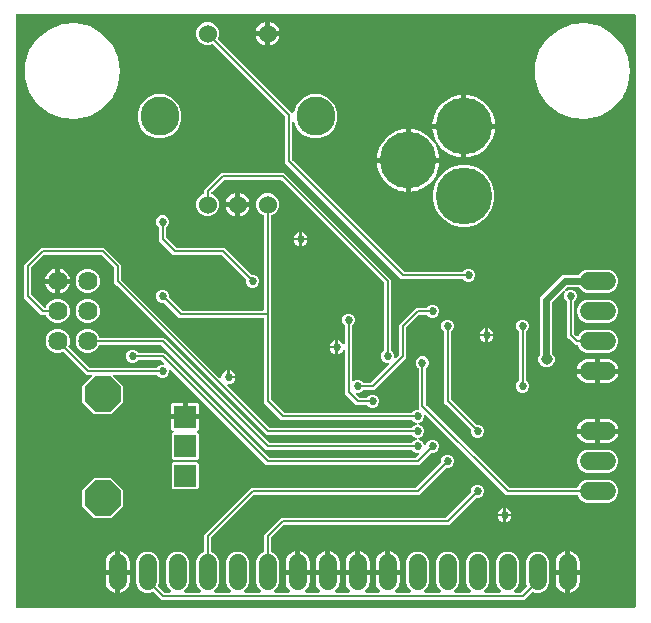
<source format=gbl>
G04 EAGLE Gerber RS-274X export*
G75*
%MOMM*%
%FSLAX34Y34*%
%LPD*%
%INBottom Copper*%
%IPPOS*%
%AMOC8*
5,1,8,0,0,1.08239X$1,22.5*%
G01*
%ADD10C,4.800000*%
%ADD11C,1.524000*%
%ADD12C,1.625600*%
%ADD13C,1.524000*%
%ADD14C,3.302000*%
%ADD15R,1.879600X1.879600*%
%ADD16P,3.247170X8X22.500000*%
%ADD17C,0.685800*%
%ADD18C,0.203200*%
%ADD19C,0.609600*%
%ADD20C,0.975000*%

G36*
X628202Y2549D02*
X628202Y2549D01*
X628260Y2547D01*
X628342Y2569D01*
X628426Y2581D01*
X628479Y2604D01*
X628535Y2619D01*
X628608Y2662D01*
X628685Y2697D01*
X628730Y2735D01*
X628780Y2764D01*
X628838Y2826D01*
X628902Y2880D01*
X628934Y2929D01*
X628974Y2972D01*
X629013Y3047D01*
X629060Y3117D01*
X629077Y3173D01*
X629104Y3225D01*
X629115Y3293D01*
X629145Y3388D01*
X629148Y3488D01*
X629159Y3556D01*
X629159Y504344D01*
X629151Y504402D01*
X629153Y504460D01*
X629131Y504542D01*
X629119Y504626D01*
X629096Y504679D01*
X629081Y504735D01*
X629038Y504808D01*
X629003Y504885D01*
X628965Y504930D01*
X628936Y504980D01*
X628874Y505038D01*
X628820Y505102D01*
X628771Y505134D01*
X628728Y505174D01*
X628653Y505213D01*
X628583Y505260D01*
X628527Y505277D01*
X628475Y505304D01*
X628407Y505315D01*
X628312Y505345D01*
X628212Y505348D01*
X628144Y505359D01*
X105156Y505359D01*
X105098Y505351D01*
X105040Y505353D01*
X104958Y505331D01*
X104874Y505319D01*
X104821Y505296D01*
X104765Y505281D01*
X104692Y505238D01*
X104615Y505203D01*
X104570Y505165D01*
X104520Y505136D01*
X104462Y505074D01*
X104398Y505020D01*
X104366Y504971D01*
X104326Y504928D01*
X104287Y504853D01*
X104240Y504783D01*
X104223Y504727D01*
X104196Y504675D01*
X104185Y504607D01*
X104155Y504512D01*
X104152Y504412D01*
X104141Y504344D01*
X104141Y3556D01*
X104149Y3498D01*
X104147Y3440D01*
X104169Y3358D01*
X104181Y3274D01*
X104204Y3221D01*
X104219Y3165D01*
X104262Y3092D01*
X104297Y3015D01*
X104335Y2970D01*
X104364Y2920D01*
X104426Y2862D01*
X104480Y2798D01*
X104529Y2766D01*
X104572Y2726D01*
X104647Y2687D01*
X104717Y2640D01*
X104773Y2623D01*
X104825Y2596D01*
X104893Y2585D01*
X104988Y2555D01*
X105088Y2552D01*
X105156Y2541D01*
X628144Y2541D01*
X628202Y2549D01*
G37*
%LPC*%
G36*
X587360Y91947D02*
X587360Y91947D01*
X583812Y93417D01*
X581097Y96132D01*
X580354Y97925D01*
X580354Y97926D01*
X580353Y97927D01*
X580284Y98044D01*
X580210Y98169D01*
X580209Y98170D01*
X580208Y98172D01*
X580104Y98269D01*
X580003Y98365D01*
X580002Y98365D01*
X580001Y98366D01*
X579875Y98431D01*
X579750Y98495D01*
X579749Y98495D01*
X579747Y98496D01*
X579733Y98498D01*
X579472Y98550D01*
X579441Y98547D01*
X579416Y98551D01*
X519437Y98551D01*
X451695Y166294D01*
X451671Y166311D01*
X451652Y166334D01*
X451558Y166397D01*
X451468Y166464D01*
X451440Y166475D01*
X451416Y166491D01*
X451308Y166525D01*
X451202Y166566D01*
X451173Y166568D01*
X451145Y166577D01*
X451031Y166580D01*
X450919Y166589D01*
X450890Y166584D01*
X450861Y166584D01*
X450751Y166556D01*
X450640Y166533D01*
X450614Y166520D01*
X450586Y166512D01*
X450488Y166455D01*
X450388Y166402D01*
X450366Y166382D01*
X450341Y166367D01*
X450264Y166285D01*
X450182Y166207D01*
X450167Y166181D01*
X450147Y166160D01*
X450095Y166059D01*
X450038Y165961D01*
X450031Y165933D01*
X450017Y165907D01*
X450004Y165829D01*
X449968Y165686D01*
X449970Y165623D01*
X449962Y165576D01*
X449962Y164014D01*
X449130Y162006D01*
X447594Y160470D01*
X445706Y159688D01*
X445681Y159673D01*
X445653Y159664D01*
X445559Y159601D01*
X445462Y159543D01*
X445441Y159522D01*
X445417Y159506D01*
X445344Y159419D01*
X445266Y159337D01*
X445253Y159311D01*
X445234Y159288D01*
X445188Y159185D01*
X445136Y159084D01*
X445130Y159055D01*
X445119Y159028D01*
X445103Y158916D01*
X445081Y158805D01*
X445084Y158776D01*
X445080Y158747D01*
X445096Y158635D01*
X445106Y158522D01*
X445116Y158495D01*
X445120Y158466D01*
X445167Y158362D01*
X445208Y158257D01*
X445225Y158233D01*
X445237Y158206D01*
X445311Y158120D01*
X445379Y158030D01*
X445403Y158012D01*
X445422Y157990D01*
X445488Y157948D01*
X445607Y157860D01*
X445665Y157838D01*
X445706Y157812D01*
X447594Y157030D01*
X449130Y155494D01*
X449962Y153486D01*
X449962Y151314D01*
X449130Y149306D01*
X447594Y147770D01*
X445706Y146988D01*
X445681Y146973D01*
X445653Y146964D01*
X445559Y146901D01*
X445462Y146843D01*
X445441Y146822D01*
X445417Y146806D01*
X445344Y146719D01*
X445266Y146637D01*
X445253Y146611D01*
X445234Y146588D01*
X445188Y146485D01*
X445136Y146384D01*
X445131Y146355D01*
X445119Y146328D01*
X445103Y146216D01*
X445081Y146105D01*
X445084Y146076D01*
X445080Y146047D01*
X445096Y145935D01*
X445106Y145822D01*
X445116Y145795D01*
X445120Y145765D01*
X445167Y145662D01*
X445208Y145557D01*
X445225Y145533D01*
X445237Y145506D01*
X445311Y145420D01*
X445379Y145330D01*
X445403Y145312D01*
X445422Y145290D01*
X445488Y145248D01*
X445607Y145160D01*
X445666Y145138D01*
X445706Y145112D01*
X447594Y144330D01*
X449130Y142794D01*
X449912Y140906D01*
X449927Y140881D01*
X449936Y140853D01*
X449999Y140759D01*
X450057Y140662D01*
X450078Y140641D01*
X450094Y140617D01*
X450181Y140544D01*
X450263Y140466D01*
X450289Y140453D01*
X450312Y140434D01*
X450415Y140388D01*
X450516Y140336D01*
X450545Y140331D01*
X450572Y140319D01*
X450684Y140303D01*
X450795Y140281D01*
X450824Y140284D01*
X450853Y140280D01*
X450965Y140296D01*
X451078Y140306D01*
X451105Y140316D01*
X451135Y140320D01*
X451238Y140367D01*
X451343Y140408D01*
X451367Y140425D01*
X451394Y140437D01*
X451480Y140511D01*
X451570Y140579D01*
X451588Y140603D01*
X451610Y140622D01*
X451652Y140688D01*
X451740Y140807D01*
X451762Y140866D01*
X451788Y140906D01*
X452570Y142794D01*
X454106Y144330D01*
X456114Y145162D01*
X458286Y145162D01*
X460294Y144330D01*
X461830Y142794D01*
X462662Y140786D01*
X462662Y138614D01*
X461830Y136606D01*
X460294Y135070D01*
X458286Y134238D01*
X456470Y134238D01*
X456384Y134226D01*
X456296Y134223D01*
X456244Y134206D01*
X456189Y134198D01*
X456109Y134163D01*
X456026Y134136D01*
X455987Y134108D01*
X455929Y134082D01*
X455816Y133986D01*
X455752Y133941D01*
X445763Y123951D01*
X316237Y123951D01*
X235795Y204394D01*
X235771Y204411D01*
X235752Y204434D01*
X235658Y204497D01*
X235568Y204564D01*
X235540Y204575D01*
X235516Y204591D01*
X235408Y204625D01*
X235302Y204666D01*
X235273Y204668D01*
X235245Y204677D01*
X235131Y204680D01*
X235019Y204689D01*
X234990Y204684D01*
X234961Y204684D01*
X234851Y204656D01*
X234740Y204633D01*
X234714Y204620D01*
X234686Y204612D01*
X234588Y204555D01*
X234488Y204502D01*
X234466Y204482D01*
X234441Y204467D01*
X234364Y204385D01*
X234282Y204307D01*
X234267Y204281D01*
X234247Y204260D01*
X234195Y204159D01*
X234138Y204061D01*
X234131Y204033D01*
X234117Y204007D01*
X234104Y203929D01*
X234068Y203786D01*
X234070Y203723D01*
X234062Y203676D01*
X234062Y202114D01*
X233230Y200106D01*
X231694Y198570D01*
X229686Y197738D01*
X227514Y197738D01*
X225506Y198570D01*
X224222Y199854D01*
X224152Y199906D01*
X224088Y199966D01*
X224039Y199992D01*
X223995Y200025D01*
X223913Y200056D01*
X223835Y200096D01*
X223788Y200104D01*
X223729Y200126D01*
X223581Y200138D01*
X223504Y200151D01*
X187888Y200151D01*
X187859Y200147D01*
X187829Y200150D01*
X187718Y200127D01*
X187606Y200111D01*
X187579Y200099D01*
X187551Y200094D01*
X187450Y200042D01*
X187347Y199995D01*
X187324Y199976D01*
X187298Y199963D01*
X187216Y199885D01*
X187130Y199812D01*
X187113Y199787D01*
X187092Y199767D01*
X187035Y199669D01*
X186972Y199575D01*
X186963Y199547D01*
X186948Y199522D01*
X186921Y199412D01*
X186886Y199304D01*
X186886Y199274D01*
X186878Y199246D01*
X186882Y199133D01*
X186879Y199020D01*
X186886Y198991D01*
X186887Y198962D01*
X186922Y198854D01*
X186951Y198745D01*
X186966Y198719D01*
X186975Y198691D01*
X187020Y198628D01*
X187096Y198500D01*
X187142Y198457D01*
X187170Y198418D01*
X194833Y190755D01*
X194833Y176645D01*
X184855Y166667D01*
X170745Y166667D01*
X160767Y176645D01*
X160767Y190755D01*
X168430Y198418D01*
X168448Y198442D01*
X168470Y198461D01*
X168533Y198555D01*
X168601Y198645D01*
X168612Y198673D01*
X168628Y198697D01*
X168662Y198805D01*
X168702Y198911D01*
X168705Y198940D01*
X168714Y198968D01*
X168717Y199082D01*
X168726Y199194D01*
X168720Y199223D01*
X168721Y199252D01*
X168692Y199362D01*
X168670Y199473D01*
X168657Y199499D01*
X168649Y199527D01*
X168591Y199625D01*
X168539Y199725D01*
X168519Y199747D01*
X168504Y199772D01*
X168421Y199849D01*
X168343Y199931D01*
X168318Y199946D01*
X168297Y199966D01*
X168196Y200018D01*
X168098Y200075D01*
X168070Y200082D01*
X168043Y200096D01*
X167966Y200109D01*
X167822Y200145D01*
X167760Y200143D01*
X167712Y200151D01*
X163837Y200151D01*
X161754Y202234D01*
X161754Y202235D01*
X144908Y219081D01*
X144906Y219082D01*
X144905Y219083D01*
X144795Y219165D01*
X144680Y219252D01*
X144679Y219252D01*
X144678Y219253D01*
X144546Y219303D01*
X144415Y219353D01*
X144413Y219353D01*
X144412Y219354D01*
X144267Y219365D01*
X144131Y219376D01*
X144130Y219376D01*
X144128Y219376D01*
X144113Y219373D01*
X143853Y219321D01*
X143826Y219307D01*
X143801Y219301D01*
X141721Y218439D01*
X137679Y218439D01*
X133944Y219986D01*
X131086Y222844D01*
X129539Y226579D01*
X129539Y230621D01*
X131086Y234356D01*
X133944Y237214D01*
X137679Y238761D01*
X141721Y238761D01*
X145456Y237214D01*
X148314Y234356D01*
X149861Y230621D01*
X149861Y226579D01*
X148999Y224499D01*
X148999Y224497D01*
X148998Y224496D01*
X148964Y224362D01*
X148928Y224223D01*
X148928Y224222D01*
X148928Y224220D01*
X148932Y224080D01*
X148936Y223939D01*
X148937Y223938D01*
X148937Y223936D01*
X148980Y223802D01*
X149023Y223669D01*
X149024Y223667D01*
X149024Y223666D01*
X149033Y223654D01*
X149181Y223432D01*
X149205Y223413D01*
X149219Y223392D01*
X166065Y206546D01*
X166135Y206494D01*
X166199Y206434D01*
X166249Y206408D01*
X166293Y206375D01*
X166374Y206344D01*
X166452Y206304D01*
X166500Y206296D01*
X166558Y206274D01*
X166706Y206262D01*
X166783Y206249D01*
X223504Y206249D01*
X223591Y206261D01*
X223678Y206264D01*
X223731Y206281D01*
X223786Y206289D01*
X223865Y206324D01*
X223949Y206351D01*
X223988Y206379D01*
X224045Y206405D01*
X224158Y206501D01*
X224222Y206546D01*
X225506Y207830D01*
X227514Y208662D01*
X229076Y208662D01*
X229105Y208666D01*
X229134Y208663D01*
X229245Y208686D01*
X229357Y208702D01*
X229384Y208714D01*
X229413Y208719D01*
X229513Y208772D01*
X229617Y208818D01*
X229639Y208837D01*
X229665Y208850D01*
X229747Y208928D01*
X229834Y209001D01*
X229850Y209026D01*
X229871Y209046D01*
X229928Y209144D01*
X229991Y209238D01*
X230000Y209266D01*
X230015Y209291D01*
X230043Y209401D01*
X230077Y209509D01*
X230078Y209539D01*
X230085Y209567D01*
X230081Y209680D01*
X230084Y209793D01*
X230077Y209822D01*
X230076Y209851D01*
X230041Y209959D01*
X230012Y210068D01*
X229997Y210094D01*
X229988Y210122D01*
X229943Y210185D01*
X229867Y210313D01*
X229822Y210356D01*
X229794Y210395D01*
X227635Y212554D01*
X227565Y212606D01*
X227501Y212666D01*
X227451Y212692D01*
X227407Y212725D01*
X227326Y212756D01*
X227248Y212796D01*
X227200Y212804D01*
X227142Y212826D01*
X226994Y212838D01*
X226917Y212851D01*
X208296Y212851D01*
X208209Y212839D01*
X208122Y212836D01*
X208069Y212819D01*
X208014Y212811D01*
X207935Y212776D01*
X207851Y212749D01*
X207812Y212721D01*
X207755Y212695D01*
X207642Y212599D01*
X207578Y212554D01*
X206294Y211270D01*
X204286Y210438D01*
X202114Y210438D01*
X200106Y211270D01*
X198570Y212806D01*
X197738Y214814D01*
X197738Y216986D01*
X198570Y218994D01*
X200106Y220530D01*
X202114Y221362D01*
X204286Y221362D01*
X206294Y220530D01*
X207578Y219246D01*
X207648Y219194D01*
X207712Y219134D01*
X207761Y219108D01*
X207805Y219075D01*
X207887Y219044D01*
X207965Y219004D01*
X208012Y218996D01*
X208071Y218974D01*
X208219Y218962D01*
X208296Y218949D01*
X229863Y218949D01*
X318465Y130346D01*
X318535Y130294D01*
X318599Y130234D01*
X318649Y130208D01*
X318693Y130175D01*
X318774Y130144D01*
X318852Y130104D01*
X318900Y130096D01*
X318958Y130074D01*
X319106Y130062D01*
X319183Y130049D01*
X442817Y130049D01*
X442903Y130061D01*
X442991Y130064D01*
X443043Y130081D01*
X443098Y130089D01*
X443178Y130124D01*
X443261Y130151D01*
X443300Y130179D01*
X443358Y130205D01*
X443471Y130301D01*
X443535Y130346D01*
X445694Y132505D01*
X445711Y132529D01*
X445734Y132548D01*
X445796Y132642D01*
X445864Y132732D01*
X445875Y132760D01*
X445891Y132784D01*
X445925Y132892D01*
X445966Y132998D01*
X445968Y133027D01*
X445977Y133055D01*
X445980Y133169D01*
X445989Y133281D01*
X445984Y133310D01*
X445984Y133339D01*
X445956Y133449D01*
X445933Y133560D01*
X445920Y133586D01*
X445912Y133614D01*
X445855Y133712D01*
X445802Y133812D01*
X445782Y133834D01*
X445767Y133859D01*
X445685Y133936D01*
X445607Y134018D01*
X445581Y134033D01*
X445560Y134053D01*
X445459Y134105D01*
X445361Y134162D01*
X445333Y134169D01*
X445307Y134183D01*
X445229Y134196D01*
X445086Y134232D01*
X445023Y134230D01*
X444976Y134238D01*
X443414Y134238D01*
X441406Y135070D01*
X440122Y136354D01*
X440052Y136406D01*
X439988Y136466D01*
X439939Y136492D01*
X439895Y136525D01*
X439813Y136556D01*
X439735Y136596D01*
X439688Y136604D01*
X439629Y136626D01*
X439481Y136638D01*
X439404Y136651D01*
X316237Y136651D01*
X227635Y225254D01*
X227565Y225306D01*
X227501Y225366D01*
X227451Y225392D01*
X227407Y225425D01*
X227326Y225456D01*
X227248Y225496D01*
X227200Y225504D01*
X227142Y225526D01*
X226994Y225538D01*
X226917Y225551D01*
X175513Y225551D01*
X175512Y225551D01*
X175510Y225551D01*
X175370Y225531D01*
X175232Y225511D01*
X175231Y225511D01*
X175229Y225511D01*
X175103Y225454D01*
X174973Y225395D01*
X174971Y225394D01*
X174970Y225393D01*
X174863Y225302D01*
X174756Y225212D01*
X174755Y225210D01*
X174753Y225209D01*
X174745Y225196D01*
X174598Y224975D01*
X174589Y224946D01*
X174575Y224925D01*
X173714Y222844D01*
X170856Y219986D01*
X167121Y218439D01*
X163079Y218439D01*
X159344Y219986D01*
X156486Y222844D01*
X154939Y226579D01*
X154939Y230621D01*
X156486Y234356D01*
X159344Y237214D01*
X163079Y238761D01*
X167121Y238761D01*
X170856Y237214D01*
X173714Y234356D01*
X174575Y232275D01*
X174576Y232274D01*
X174577Y232273D01*
X174647Y232154D01*
X174720Y232031D01*
X174721Y232030D01*
X174722Y232028D01*
X174826Y231931D01*
X174927Y231835D01*
X174928Y231835D01*
X174929Y231834D01*
X175055Y231769D01*
X175179Y231705D01*
X175181Y231705D01*
X175182Y231704D01*
X175197Y231702D01*
X175458Y231650D01*
X175489Y231653D01*
X175513Y231649D01*
X229863Y231649D01*
X318465Y143046D01*
X318535Y142994D01*
X318599Y142934D01*
X318649Y142908D01*
X318693Y142875D01*
X318774Y142844D01*
X318852Y142804D01*
X318900Y142796D01*
X318958Y142774D01*
X319106Y142762D01*
X319183Y142749D01*
X439404Y142749D01*
X439491Y142761D01*
X439578Y142764D01*
X439631Y142781D01*
X439686Y142789D01*
X439765Y142824D01*
X439849Y142851D01*
X439888Y142879D01*
X439945Y142905D01*
X440058Y143001D01*
X440122Y143046D01*
X441406Y144330D01*
X443294Y145112D01*
X443319Y145127D01*
X443347Y145136D01*
X443441Y145199D01*
X443538Y145257D01*
X443559Y145278D01*
X443583Y145294D01*
X443656Y145381D01*
X443734Y145463D01*
X443747Y145489D01*
X443766Y145512D01*
X443812Y145615D01*
X443864Y145716D01*
X443870Y145745D01*
X443881Y145772D01*
X443897Y145884D01*
X443919Y145995D01*
X443916Y146024D01*
X443920Y146053D01*
X443904Y146165D01*
X443894Y146278D01*
X443884Y146305D01*
X443880Y146334D01*
X443833Y146438D01*
X443792Y146543D01*
X443775Y146567D01*
X443763Y146594D01*
X443689Y146680D01*
X443621Y146770D01*
X443597Y146788D01*
X443578Y146810D01*
X443512Y146852D01*
X443393Y146940D01*
X443335Y146962D01*
X443294Y146988D01*
X441406Y147770D01*
X440122Y149054D01*
X440052Y149106D01*
X439988Y149166D01*
X439939Y149192D01*
X439895Y149225D01*
X439813Y149256D01*
X439735Y149296D01*
X439688Y149304D01*
X439629Y149326D01*
X439481Y149338D01*
X439404Y149351D01*
X316237Y149351D01*
X314154Y151434D01*
X314154Y151435D01*
X189535Y276054D01*
X189534Y276054D01*
X187451Y278137D01*
X187451Y290417D01*
X187439Y290503D01*
X187436Y290591D01*
X187419Y290643D01*
X187411Y290698D01*
X187376Y290778D01*
X187349Y290861D01*
X187321Y290900D01*
X187295Y290958D01*
X187199Y291071D01*
X187154Y291135D01*
X176835Y301454D01*
X176765Y301506D01*
X176701Y301566D01*
X176651Y301592D01*
X176607Y301625D01*
X176526Y301656D01*
X176448Y301696D01*
X176400Y301704D01*
X176342Y301726D01*
X176194Y301738D01*
X176117Y301751D01*
X128683Y301751D01*
X128597Y301739D01*
X128509Y301736D01*
X128457Y301719D01*
X128402Y301711D01*
X128322Y301676D01*
X128239Y301649D01*
X128200Y301621D01*
X128142Y301595D01*
X128029Y301499D01*
X127965Y301454D01*
X117646Y291135D01*
X117594Y291065D01*
X117534Y291001D01*
X117508Y290951D01*
X117475Y290907D01*
X117444Y290826D01*
X117404Y290748D01*
X117396Y290700D01*
X117374Y290642D01*
X117362Y290494D01*
X117349Y290417D01*
X117349Y268383D01*
X117361Y268297D01*
X117364Y268209D01*
X117381Y268157D01*
X117389Y268102D01*
X117424Y268022D01*
X117451Y267939D01*
X117479Y267900D01*
X117505Y267842D01*
X117601Y267729D01*
X117646Y267665D01*
X127965Y257346D01*
X128035Y257294D01*
X128099Y257234D01*
X128149Y257208D01*
X128193Y257175D01*
X128274Y257144D01*
X128352Y257104D01*
X128400Y257096D01*
X128458Y257074D01*
X128606Y257062D01*
X128683Y257049D01*
X129287Y257049D01*
X129288Y257049D01*
X129290Y257049D01*
X129430Y257069D01*
X129568Y257089D01*
X129569Y257089D01*
X129571Y257089D01*
X129697Y257146D01*
X129827Y257205D01*
X129829Y257206D01*
X129830Y257207D01*
X129937Y257298D01*
X130044Y257388D01*
X130045Y257390D01*
X130047Y257391D01*
X130055Y257404D01*
X130202Y257625D01*
X130211Y257654D01*
X130225Y257675D01*
X131086Y259756D01*
X133944Y262614D01*
X137679Y264161D01*
X141721Y264161D01*
X145456Y262614D01*
X148314Y259756D01*
X149861Y256021D01*
X149861Y251979D01*
X148314Y248244D01*
X145456Y245386D01*
X141721Y243839D01*
X137679Y243839D01*
X133944Y245386D01*
X131086Y248244D01*
X130225Y250325D01*
X130224Y250326D01*
X130223Y250327D01*
X130154Y250444D01*
X130080Y250569D01*
X130079Y250570D01*
X130078Y250572D01*
X129974Y250669D01*
X129873Y250765D01*
X129872Y250765D01*
X129871Y250766D01*
X129745Y250831D01*
X129621Y250895D01*
X129619Y250895D01*
X129618Y250896D01*
X129603Y250898D01*
X129342Y250950D01*
X129311Y250947D01*
X129287Y250951D01*
X125737Y250951D01*
X111251Y265437D01*
X111251Y293363D01*
X125737Y307849D01*
X179063Y307849D01*
X193549Y293363D01*
X193549Y281083D01*
X193561Y280997D01*
X193564Y280909D01*
X193581Y280857D01*
X193589Y280802D01*
X193624Y280722D01*
X193651Y280639D01*
X193679Y280600D01*
X193705Y280542D01*
X193801Y280429D01*
X193846Y280365D01*
X276777Y197434D01*
X276801Y197417D01*
X276820Y197394D01*
X276914Y197331D01*
X277004Y197264D01*
X277032Y197253D01*
X277056Y197237D01*
X277164Y197203D01*
X277270Y197162D01*
X277299Y197160D01*
X277327Y197151D01*
X277441Y197148D01*
X277553Y197139D01*
X277582Y197144D01*
X277611Y197144D01*
X277721Y197172D01*
X277832Y197195D01*
X277858Y197208D01*
X277886Y197216D01*
X277984Y197273D01*
X278084Y197326D01*
X278106Y197346D01*
X278131Y197361D01*
X278208Y197443D01*
X278290Y197521D01*
X278305Y197547D01*
X278325Y197568D01*
X278377Y197669D01*
X278434Y197767D01*
X278441Y197795D01*
X278455Y197821D01*
X278468Y197899D01*
X278504Y198042D01*
X278502Y198105D01*
X278510Y198152D01*
X278510Y198708D01*
X278740Y199861D01*
X279190Y200948D01*
X279843Y201926D01*
X280674Y202757D01*
X281652Y203410D01*
X282739Y203860D01*
X283465Y204005D01*
X283465Y198120D01*
X283473Y198062D01*
X283471Y198004D01*
X283493Y197922D01*
X283504Y197839D01*
X283528Y197785D01*
X283543Y197729D01*
X283586Y197656D01*
X283621Y197579D01*
X283658Y197535D01*
X283688Y197485D01*
X283689Y197484D01*
X283750Y197427D01*
X283804Y197362D01*
X283805Y197362D01*
X283853Y197330D01*
X283896Y197289D01*
X283971Y197251D01*
X284041Y197204D01*
X284097Y197187D01*
X284149Y197160D01*
X284217Y197149D01*
X284312Y197119D01*
X284412Y197116D01*
X284480Y197105D01*
X290365Y197105D01*
X290220Y196379D01*
X289770Y195292D01*
X289117Y194314D01*
X288286Y193483D01*
X287308Y192830D01*
X286221Y192380D01*
X285068Y192150D01*
X284512Y192150D01*
X284483Y192146D01*
X284454Y192149D01*
X284343Y192126D01*
X284231Y192110D01*
X284204Y192098D01*
X284175Y192093D01*
X284075Y192041D01*
X283971Y191994D01*
X283949Y191975D01*
X283923Y191962D01*
X283841Y191884D01*
X283754Y191811D01*
X283738Y191786D01*
X283717Y191766D01*
X283660Y191668D01*
X283597Y191574D01*
X283588Y191546D01*
X283573Y191521D01*
X283545Y191411D01*
X283511Y191303D01*
X283510Y191273D01*
X283503Y191245D01*
X283507Y191132D01*
X283504Y191019D01*
X283511Y190990D01*
X283512Y190961D01*
X283547Y190853D01*
X283576Y190744D01*
X283591Y190718D01*
X283600Y190690D01*
X283645Y190627D01*
X283721Y190499D01*
X283766Y190456D01*
X283794Y190417D01*
X318465Y155746D01*
X318535Y155694D01*
X318599Y155634D01*
X318649Y155608D01*
X318693Y155575D01*
X318774Y155544D01*
X318852Y155504D01*
X318900Y155496D01*
X318958Y155474D01*
X319106Y155462D01*
X319183Y155449D01*
X439404Y155449D01*
X439491Y155461D01*
X439578Y155464D01*
X439631Y155481D01*
X439686Y155489D01*
X439765Y155524D01*
X439849Y155551D01*
X439888Y155579D01*
X439945Y155605D01*
X440058Y155701D01*
X440122Y155746D01*
X441406Y157030D01*
X443294Y157812D01*
X443319Y157827D01*
X443347Y157836D01*
X443441Y157899D01*
X443538Y157957D01*
X443559Y157978D01*
X443583Y157994D01*
X443656Y158081D01*
X443734Y158163D01*
X443747Y158189D01*
X443766Y158212D01*
X443812Y158315D01*
X443864Y158416D01*
X443869Y158445D01*
X443881Y158472D01*
X443897Y158584D01*
X443919Y158695D01*
X443916Y158724D01*
X443920Y158753D01*
X443904Y158865D01*
X443894Y158978D01*
X443884Y159005D01*
X443880Y159035D01*
X443833Y159138D01*
X443792Y159243D01*
X443775Y159267D01*
X443763Y159294D01*
X443689Y159380D01*
X443621Y159470D01*
X443597Y159488D01*
X443578Y159510D01*
X443512Y159552D01*
X443393Y159640D01*
X443334Y159662D01*
X443294Y159688D01*
X441406Y160470D01*
X440122Y161754D01*
X440052Y161806D01*
X439988Y161866D01*
X439939Y161892D01*
X439895Y161925D01*
X439813Y161956D01*
X439735Y161996D01*
X439688Y162004D01*
X439629Y162026D01*
X439481Y162038D01*
X439404Y162051D01*
X328937Y162051D01*
X314451Y176537D01*
X314451Y247396D01*
X314443Y247454D01*
X314445Y247512D01*
X314423Y247594D01*
X314411Y247678D01*
X314388Y247731D01*
X314373Y247787D01*
X314330Y247860D01*
X314295Y247937D01*
X314257Y247982D01*
X314228Y248032D01*
X314166Y248090D01*
X314112Y248154D01*
X314063Y248186D01*
X314020Y248226D01*
X313945Y248265D01*
X313875Y248312D01*
X313819Y248329D01*
X313767Y248356D01*
X313699Y248367D01*
X313604Y248397D01*
X313504Y248400D01*
X313436Y248411D01*
X242577Y248411D01*
X230048Y260941D01*
X229978Y260993D01*
X229914Y261053D01*
X229864Y261079D01*
X229820Y261112D01*
X229739Y261143D01*
X229661Y261183D01*
X229613Y261191D01*
X229555Y261213D01*
X229407Y261225D01*
X229330Y261238D01*
X227514Y261238D01*
X225506Y262070D01*
X223970Y263606D01*
X223138Y265614D01*
X223138Y267786D01*
X223970Y269794D01*
X225506Y271330D01*
X227514Y272162D01*
X229686Y272162D01*
X231694Y271330D01*
X233230Y269794D01*
X234062Y267786D01*
X234062Y265970D01*
X234074Y265884D01*
X234077Y265796D01*
X234094Y265744D01*
X234102Y265689D01*
X234137Y265609D01*
X234164Y265526D01*
X234192Y265487D01*
X234218Y265429D01*
X234314Y265316D01*
X234359Y265252D01*
X244805Y254806D01*
X244875Y254754D01*
X244939Y254694D01*
X244989Y254668D01*
X245033Y254635D01*
X245114Y254604D01*
X245192Y254564D01*
X245240Y254556D01*
X245298Y254534D01*
X245446Y254522D01*
X245523Y254509D01*
X313436Y254509D01*
X313494Y254517D01*
X313552Y254515D01*
X313634Y254537D01*
X313718Y254549D01*
X313771Y254572D01*
X313827Y254587D01*
X313900Y254630D01*
X313977Y254665D01*
X314022Y254703D01*
X314072Y254732D01*
X314130Y254794D01*
X314194Y254848D01*
X314226Y254897D01*
X314266Y254940D01*
X314305Y255015D01*
X314352Y255085D01*
X314369Y255141D01*
X314396Y255193D01*
X314407Y255261D01*
X314437Y255356D01*
X314440Y255456D01*
X314451Y255524D01*
X314451Y334306D01*
X314451Y334308D01*
X314451Y334310D01*
X314431Y334450D01*
X314411Y334588D01*
X314411Y334589D01*
X314411Y334591D01*
X314354Y334717D01*
X314295Y334847D01*
X314294Y334849D01*
X314293Y334850D01*
X314202Y334957D01*
X314112Y335064D01*
X314110Y335065D01*
X314109Y335066D01*
X314096Y335075D01*
X313875Y335222D01*
X313846Y335231D01*
X313825Y335244D01*
X312032Y335987D01*
X309317Y338702D01*
X307847Y342250D01*
X307847Y346090D01*
X309317Y349638D01*
X312032Y352353D01*
X315580Y353823D01*
X319420Y353823D01*
X322968Y352353D01*
X325683Y349638D01*
X327153Y346090D01*
X327153Y342250D01*
X325683Y338702D01*
X322968Y335987D01*
X321175Y335244D01*
X321174Y335244D01*
X321173Y335243D01*
X321052Y335172D01*
X320931Y335100D01*
X320930Y335099D01*
X320928Y335098D01*
X320831Y334994D01*
X320735Y334893D01*
X320735Y334892D01*
X320734Y334891D01*
X320669Y334765D01*
X320605Y334640D01*
X320605Y334639D01*
X320604Y334637D01*
X320602Y334623D01*
X320550Y334362D01*
X320553Y334331D01*
X320549Y334306D01*
X320549Y179483D01*
X320561Y179397D01*
X320564Y179309D01*
X320581Y179257D01*
X320589Y179202D01*
X320624Y179122D01*
X320651Y179039D01*
X320679Y179000D01*
X320705Y178942D01*
X320801Y178829D01*
X320846Y178765D01*
X331165Y168446D01*
X331235Y168394D01*
X331299Y168334D01*
X331349Y168308D01*
X331393Y168275D01*
X331474Y168244D01*
X331552Y168204D01*
X331600Y168196D01*
X331658Y168174D01*
X331806Y168162D01*
X331883Y168149D01*
X439404Y168149D01*
X439491Y168161D01*
X439578Y168164D01*
X439631Y168181D01*
X439686Y168189D01*
X439765Y168224D01*
X439849Y168251D01*
X439888Y168279D01*
X439945Y168305D01*
X440058Y168401D01*
X440122Y168446D01*
X441406Y169730D01*
X443414Y170562D01*
X444976Y170562D01*
X445005Y170566D01*
X445034Y170563D01*
X445145Y170586D01*
X445257Y170602D01*
X445284Y170614D01*
X445313Y170619D01*
X445413Y170672D01*
X445517Y170718D01*
X445539Y170737D01*
X445565Y170750D01*
X445647Y170828D01*
X445734Y170901D01*
X445750Y170926D01*
X445771Y170946D01*
X445828Y171044D01*
X445891Y171138D01*
X445900Y171166D01*
X445915Y171191D01*
X445943Y171301D01*
X445977Y171409D01*
X445978Y171439D01*
X445985Y171467D01*
X445981Y171580D01*
X445984Y171693D01*
X445977Y171722D01*
X445976Y171751D01*
X445941Y171859D01*
X445912Y171968D01*
X445898Y171994D01*
X445888Y172022D01*
X445843Y172086D01*
X445767Y172213D01*
X445722Y172256D01*
X445694Y172295D01*
X445451Y172537D01*
X445451Y205046D01*
X445439Y205132D01*
X445436Y205220D01*
X445419Y205272D01*
X445411Y205327D01*
X445376Y205407D01*
X445349Y205490D01*
X445321Y205529D01*
X445295Y205586D01*
X445199Y205700D01*
X445154Y205763D01*
X443870Y207048D01*
X443038Y209055D01*
X443038Y211228D01*
X443870Y213235D01*
X445406Y214772D01*
X447414Y215603D01*
X449586Y215603D01*
X451594Y214772D01*
X453130Y213235D01*
X453962Y211228D01*
X453962Y209055D01*
X453130Y207048D01*
X451846Y205763D01*
X451794Y205694D01*
X451734Y205630D01*
X451708Y205580D01*
X451675Y205536D01*
X451644Y205455D01*
X451604Y205377D01*
X451596Y205329D01*
X451574Y205271D01*
X451562Y205123D01*
X451549Y205046D01*
X451549Y175483D01*
X451561Y175397D01*
X451564Y175309D01*
X451581Y175257D01*
X451589Y175202D01*
X451624Y175122D01*
X451651Y175039D01*
X451679Y175000D01*
X451705Y174942D01*
X451801Y174829D01*
X451846Y174765D01*
X521665Y104946D01*
X521735Y104894D01*
X521799Y104834D01*
X521849Y104808D01*
X521893Y104775D01*
X521974Y104744D01*
X522052Y104704D01*
X522100Y104696D01*
X522158Y104674D01*
X522306Y104662D01*
X522383Y104649D01*
X579416Y104649D01*
X579418Y104649D01*
X579420Y104649D01*
X579560Y104669D01*
X579698Y104689D01*
X579699Y104689D01*
X579701Y104689D01*
X579827Y104746D01*
X579957Y104805D01*
X579959Y104806D01*
X579960Y104807D01*
X580067Y104898D01*
X580174Y104988D01*
X580175Y104990D01*
X580176Y104991D01*
X580185Y105004D01*
X580332Y105225D01*
X580341Y105254D01*
X580354Y105275D01*
X581097Y107068D01*
X583812Y109783D01*
X587360Y111253D01*
X606440Y111253D01*
X609988Y109783D01*
X612703Y107068D01*
X614173Y103520D01*
X614173Y99680D01*
X612703Y96132D01*
X609988Y93417D01*
X606440Y91947D01*
X587360Y91947D01*
G37*
%LPD*%
%LPC*%
G36*
X227337Y9651D02*
X227337Y9651D01*
X225254Y11734D01*
X225254Y11735D01*
X220719Y16270D01*
X220718Y16271D01*
X220717Y16272D01*
X220603Y16357D01*
X220492Y16441D01*
X220490Y16441D01*
X220489Y16442D01*
X220359Y16491D01*
X220226Y16542D01*
X220224Y16542D01*
X220223Y16542D01*
X220078Y16554D01*
X219943Y16565D01*
X219941Y16565D01*
X219940Y16565D01*
X219924Y16562D01*
X219664Y16509D01*
X219637Y16495D01*
X219612Y16490D01*
X217820Y15747D01*
X213980Y15747D01*
X210432Y17217D01*
X207717Y19932D01*
X206247Y23480D01*
X206247Y42560D01*
X207717Y46108D01*
X210432Y48823D01*
X213980Y50293D01*
X217820Y50293D01*
X221368Y48823D01*
X224083Y46108D01*
X225553Y42560D01*
X225553Y23480D01*
X224810Y21688D01*
X224810Y21686D01*
X224809Y21685D01*
X224775Y21550D01*
X224739Y21412D01*
X224739Y21411D01*
X224739Y21409D01*
X224743Y21269D01*
X224748Y21128D01*
X224748Y21127D01*
X224748Y21125D01*
X224791Y20992D01*
X224834Y20857D01*
X224835Y20856D01*
X224836Y20855D01*
X224844Y20842D01*
X224992Y20621D01*
X225016Y20602D01*
X225030Y20581D01*
X229565Y16046D01*
X229635Y15994D01*
X229699Y15934D01*
X229749Y15908D01*
X229793Y15875D01*
X229874Y15844D01*
X229952Y15804D01*
X230000Y15796D01*
X230058Y15774D01*
X230206Y15762D01*
X230283Y15749D01*
X234849Y15749D01*
X234878Y15753D01*
X234908Y15750D01*
X235019Y15773D01*
X235131Y15789D01*
X235157Y15801D01*
X235186Y15806D01*
X235287Y15859D01*
X235390Y15905D01*
X235413Y15924D01*
X235439Y15937D01*
X235521Y16015D01*
X235607Y16088D01*
X235623Y16113D01*
X235645Y16133D01*
X235702Y16231D01*
X235765Y16325D01*
X235774Y16353D01*
X235788Y16378D01*
X235816Y16488D01*
X235851Y16596D01*
X235851Y16626D01*
X235858Y16654D01*
X235855Y16767D01*
X235858Y16880D01*
X235850Y16909D01*
X235849Y16938D01*
X235815Y17046D01*
X235786Y17155D01*
X235771Y17181D01*
X235762Y17209D01*
X235716Y17272D01*
X235641Y17400D01*
X235595Y17443D01*
X235567Y17482D01*
X233117Y19932D01*
X231647Y23480D01*
X231647Y42560D01*
X233117Y46108D01*
X235832Y48823D01*
X239380Y50293D01*
X243220Y50293D01*
X246768Y48823D01*
X249483Y46108D01*
X250953Y42560D01*
X250953Y23480D01*
X249483Y19932D01*
X247033Y17482D01*
X247015Y17458D01*
X246993Y17439D01*
X246930Y17345D01*
X246862Y17255D01*
X246852Y17227D01*
X246835Y17203D01*
X246801Y17095D01*
X246761Y16989D01*
X246758Y16960D01*
X246749Y16932D01*
X246747Y16818D01*
X246737Y16706D01*
X246743Y16677D01*
X246742Y16648D01*
X246771Y16538D01*
X246793Y16427D01*
X246807Y16401D01*
X246814Y16373D01*
X246872Y16275D01*
X246924Y16175D01*
X246944Y16153D01*
X246959Y16128D01*
X247042Y16051D01*
X247120Y15969D01*
X247145Y15954D01*
X247167Y15934D01*
X247267Y15882D01*
X247365Y15825D01*
X247394Y15818D01*
X247420Y15804D01*
X247497Y15791D01*
X247641Y15755D01*
X247703Y15757D01*
X247751Y15749D01*
X260249Y15749D01*
X260278Y15753D01*
X260308Y15750D01*
X260419Y15773D01*
X260531Y15789D01*
X260557Y15801D01*
X260586Y15806D01*
X260687Y15859D01*
X260790Y15905D01*
X260813Y15924D01*
X260839Y15937D01*
X260921Y16015D01*
X261007Y16088D01*
X261023Y16113D01*
X261045Y16133D01*
X261102Y16231D01*
X261165Y16325D01*
X261174Y16353D01*
X261188Y16378D01*
X261216Y16488D01*
X261251Y16596D01*
X261251Y16626D01*
X261258Y16654D01*
X261255Y16767D01*
X261258Y16880D01*
X261250Y16909D01*
X261249Y16938D01*
X261215Y17046D01*
X261186Y17155D01*
X261171Y17181D01*
X261162Y17209D01*
X261116Y17272D01*
X261041Y17400D01*
X260995Y17443D01*
X260967Y17482D01*
X258517Y19932D01*
X257047Y23480D01*
X257047Y42560D01*
X258517Y46108D01*
X261232Y48823D01*
X263025Y49566D01*
X263026Y49566D01*
X263027Y49567D01*
X263148Y49638D01*
X263269Y49710D01*
X263270Y49711D01*
X263272Y49712D01*
X263369Y49816D01*
X263465Y49917D01*
X263465Y49918D01*
X263466Y49919D01*
X263531Y50045D01*
X263595Y50170D01*
X263595Y50171D01*
X263596Y50173D01*
X263598Y50187D01*
X263650Y50448D01*
X263647Y50479D01*
X263651Y50504D01*
X263651Y64763D01*
X303537Y104649D01*
X442817Y104649D01*
X442903Y104661D01*
X442991Y104664D01*
X443043Y104681D01*
X443098Y104689D01*
X443178Y104724D01*
X443261Y104751D01*
X443300Y104779D01*
X443358Y104805D01*
X443471Y104901D01*
X443535Y104946D01*
X464141Y125552D01*
X464193Y125622D01*
X464253Y125686D01*
X464279Y125735D01*
X464312Y125780D01*
X464343Y125861D01*
X464383Y125939D01*
X464391Y125987D01*
X464413Y126045D01*
X464425Y126193D01*
X464438Y126270D01*
X464438Y128086D01*
X465270Y130094D01*
X466806Y131630D01*
X468814Y132462D01*
X470986Y132462D01*
X472994Y131630D01*
X474530Y130094D01*
X475362Y128086D01*
X475362Y125914D01*
X474530Y123906D01*
X472994Y122370D01*
X470986Y121538D01*
X469170Y121538D01*
X469084Y121526D01*
X468996Y121523D01*
X468944Y121506D01*
X468889Y121498D01*
X468809Y121463D01*
X468726Y121436D01*
X468687Y121408D01*
X468629Y121382D01*
X468516Y121286D01*
X468452Y121241D01*
X445763Y98551D01*
X306483Y98551D01*
X306397Y98539D01*
X306309Y98536D01*
X306257Y98519D01*
X306202Y98511D01*
X306122Y98476D01*
X306039Y98449D01*
X306000Y98421D01*
X305942Y98395D01*
X305829Y98299D01*
X305765Y98254D01*
X270046Y62535D01*
X269994Y62465D01*
X269934Y62401D01*
X269908Y62351D01*
X269875Y62307D01*
X269844Y62226D01*
X269804Y62148D01*
X269796Y62100D01*
X269774Y62042D01*
X269762Y61894D01*
X269749Y61817D01*
X269749Y50504D01*
X269749Y50502D01*
X269749Y50500D01*
X269769Y50360D01*
X269789Y50222D01*
X269789Y50221D01*
X269789Y50219D01*
X269848Y50090D01*
X269905Y49963D01*
X269906Y49961D01*
X269907Y49960D01*
X269998Y49853D01*
X270088Y49746D01*
X270090Y49745D01*
X270091Y49744D01*
X270104Y49735D01*
X270325Y49588D01*
X270354Y49579D01*
X270375Y49566D01*
X272168Y48823D01*
X274883Y46108D01*
X276353Y42560D01*
X276353Y23480D01*
X274883Y19932D01*
X272433Y17482D01*
X272415Y17458D01*
X272393Y17439D01*
X272330Y17345D01*
X272262Y17255D01*
X272252Y17227D01*
X272235Y17203D01*
X272201Y17095D01*
X272161Y16989D01*
X272158Y16960D01*
X272149Y16932D01*
X272147Y16818D01*
X272137Y16706D01*
X272143Y16677D01*
X272142Y16648D01*
X272171Y16538D01*
X272193Y16427D01*
X272207Y16401D01*
X272214Y16373D01*
X272272Y16275D01*
X272324Y16175D01*
X272344Y16153D01*
X272359Y16128D01*
X272442Y16051D01*
X272520Y15969D01*
X272545Y15954D01*
X272567Y15934D01*
X272667Y15882D01*
X272765Y15825D01*
X272794Y15818D01*
X272820Y15804D01*
X272897Y15791D01*
X273041Y15755D01*
X273103Y15757D01*
X273151Y15749D01*
X285649Y15749D01*
X285678Y15753D01*
X285708Y15750D01*
X285819Y15773D01*
X285931Y15789D01*
X285957Y15801D01*
X285986Y15806D01*
X286087Y15859D01*
X286190Y15905D01*
X286213Y15924D01*
X286239Y15937D01*
X286321Y16015D01*
X286407Y16088D01*
X286423Y16113D01*
X286445Y16133D01*
X286502Y16231D01*
X286565Y16325D01*
X286574Y16353D01*
X286588Y16378D01*
X286616Y16488D01*
X286651Y16596D01*
X286651Y16626D01*
X286658Y16654D01*
X286655Y16767D01*
X286658Y16880D01*
X286650Y16909D01*
X286649Y16938D01*
X286615Y17046D01*
X286586Y17155D01*
X286571Y17181D01*
X286562Y17209D01*
X286516Y17272D01*
X286441Y17400D01*
X286395Y17443D01*
X286367Y17482D01*
X283917Y19932D01*
X282447Y23480D01*
X282447Y42560D01*
X283917Y46108D01*
X286632Y48823D01*
X290180Y50293D01*
X294020Y50293D01*
X297568Y48823D01*
X300283Y46108D01*
X301753Y42560D01*
X301753Y23480D01*
X300283Y19932D01*
X297833Y17482D01*
X297815Y17458D01*
X297793Y17439D01*
X297730Y17345D01*
X297662Y17255D01*
X297652Y17227D01*
X297635Y17203D01*
X297601Y17095D01*
X297561Y16989D01*
X297558Y16960D01*
X297549Y16932D01*
X297547Y16818D01*
X297537Y16706D01*
X297543Y16677D01*
X297542Y16648D01*
X297571Y16538D01*
X297593Y16427D01*
X297607Y16401D01*
X297614Y16373D01*
X297672Y16275D01*
X297724Y16175D01*
X297744Y16153D01*
X297759Y16128D01*
X297842Y16051D01*
X297920Y15969D01*
X297945Y15954D01*
X297967Y15934D01*
X298067Y15882D01*
X298165Y15825D01*
X298194Y15818D01*
X298220Y15804D01*
X298297Y15791D01*
X298441Y15755D01*
X298503Y15757D01*
X298551Y15749D01*
X311049Y15749D01*
X311078Y15753D01*
X311108Y15750D01*
X311219Y15773D01*
X311331Y15789D01*
X311357Y15801D01*
X311386Y15806D01*
X311487Y15859D01*
X311590Y15905D01*
X311613Y15924D01*
X311639Y15937D01*
X311721Y16015D01*
X311807Y16088D01*
X311823Y16113D01*
X311845Y16133D01*
X311902Y16231D01*
X311965Y16325D01*
X311974Y16353D01*
X311988Y16378D01*
X312016Y16488D01*
X312051Y16596D01*
X312051Y16626D01*
X312058Y16654D01*
X312055Y16767D01*
X312058Y16880D01*
X312050Y16909D01*
X312049Y16938D01*
X312015Y17046D01*
X311986Y17155D01*
X311971Y17181D01*
X311962Y17209D01*
X311916Y17272D01*
X311841Y17400D01*
X311795Y17443D01*
X311767Y17482D01*
X309317Y19932D01*
X307847Y23480D01*
X307847Y42560D01*
X309317Y46108D01*
X312032Y48823D01*
X313825Y49566D01*
X313826Y49566D01*
X313827Y49567D01*
X313948Y49638D01*
X314069Y49710D01*
X314070Y49711D01*
X314072Y49712D01*
X314169Y49816D01*
X314265Y49917D01*
X314265Y49918D01*
X314266Y49919D01*
X314331Y50045D01*
X314395Y50170D01*
X314395Y50171D01*
X314396Y50173D01*
X314398Y50187D01*
X314450Y50448D01*
X314447Y50479D01*
X314451Y50504D01*
X314451Y64763D01*
X328937Y79249D01*
X468217Y79249D01*
X468303Y79261D01*
X468391Y79264D01*
X468443Y79281D01*
X468498Y79289D01*
X468578Y79324D01*
X468661Y79351D01*
X468700Y79379D01*
X468758Y79405D01*
X468871Y79501D01*
X468935Y79546D01*
X489541Y100152D01*
X489593Y100222D01*
X489653Y100286D01*
X489679Y100335D01*
X489712Y100380D01*
X489743Y100461D01*
X489783Y100539D01*
X489791Y100587D01*
X489813Y100645D01*
X489825Y100793D01*
X489838Y100870D01*
X489838Y102686D01*
X490670Y104694D01*
X492206Y106230D01*
X494214Y107062D01*
X496386Y107062D01*
X498394Y106230D01*
X499930Y104694D01*
X500762Y102686D01*
X500762Y100514D01*
X499930Y98506D01*
X498394Y96970D01*
X496386Y96138D01*
X494570Y96138D01*
X494484Y96126D01*
X494396Y96123D01*
X494344Y96106D01*
X494289Y96098D01*
X494209Y96063D01*
X494126Y96036D01*
X494087Y96008D01*
X494029Y95982D01*
X493916Y95886D01*
X493852Y95841D01*
X471163Y73151D01*
X331883Y73151D01*
X331797Y73139D01*
X331709Y73136D01*
X331657Y73119D01*
X331602Y73111D01*
X331522Y73076D01*
X331439Y73049D01*
X331400Y73021D01*
X331342Y72995D01*
X331229Y72899D01*
X331165Y72854D01*
X320846Y62535D01*
X320794Y62465D01*
X320734Y62401D01*
X320708Y62351D01*
X320675Y62307D01*
X320644Y62226D01*
X320604Y62148D01*
X320596Y62100D01*
X320574Y62042D01*
X320562Y61894D01*
X320549Y61817D01*
X320549Y50504D01*
X320549Y50502D01*
X320549Y50500D01*
X320569Y50360D01*
X320589Y50222D01*
X320589Y50221D01*
X320589Y50219D01*
X320648Y50090D01*
X320705Y49963D01*
X320706Y49961D01*
X320707Y49960D01*
X320798Y49853D01*
X320888Y49746D01*
X320890Y49745D01*
X320891Y49744D01*
X320904Y49735D01*
X321125Y49588D01*
X321154Y49579D01*
X321175Y49566D01*
X322968Y48823D01*
X325683Y46108D01*
X327153Y42560D01*
X327153Y23480D01*
X325683Y19932D01*
X323233Y17482D01*
X323215Y17458D01*
X323193Y17439D01*
X323130Y17345D01*
X323062Y17255D01*
X323052Y17227D01*
X323035Y17203D01*
X323001Y17095D01*
X322961Y16989D01*
X322958Y16960D01*
X322949Y16932D01*
X322947Y16818D01*
X322937Y16706D01*
X322943Y16677D01*
X322942Y16648D01*
X322971Y16538D01*
X322993Y16427D01*
X323007Y16401D01*
X323014Y16373D01*
X323072Y16275D01*
X323124Y16175D01*
X323144Y16153D01*
X323159Y16128D01*
X323242Y16051D01*
X323320Y15969D01*
X323345Y15954D01*
X323367Y15934D01*
X323467Y15882D01*
X323565Y15825D01*
X323594Y15818D01*
X323620Y15804D01*
X323697Y15791D01*
X323841Y15755D01*
X323903Y15757D01*
X323951Y15749D01*
X335773Y15749D01*
X335880Y15764D01*
X335989Y15772D01*
X336021Y15784D01*
X336054Y15789D01*
X336153Y15833D01*
X336256Y15871D01*
X336283Y15891D01*
X336314Y15905D01*
X336397Y15975D01*
X336484Y16040D01*
X336505Y16067D01*
X336531Y16088D01*
X336591Y16179D01*
X336657Y16265D01*
X336669Y16297D01*
X336688Y16325D01*
X336721Y16429D01*
X336761Y16530D01*
X336764Y16564D01*
X336774Y16596D01*
X336777Y16705D01*
X336787Y16813D01*
X336780Y16847D01*
X336781Y16880D01*
X336754Y16985D01*
X336733Y17093D01*
X336718Y17123D01*
X336710Y17155D01*
X336654Y17249D01*
X336605Y17346D01*
X336583Y17368D01*
X336564Y17400D01*
X336404Y17550D01*
X336369Y17585D01*
X336281Y17650D01*
X335150Y18781D01*
X334210Y20075D01*
X333484Y21500D01*
X332989Y23021D01*
X332739Y24600D01*
X332739Y30989D01*
X341884Y30989D01*
X341942Y30997D01*
X342000Y30995D01*
X342082Y31017D01*
X342165Y31029D01*
X342219Y31053D01*
X342275Y31067D01*
X342348Y31110D01*
X342425Y31145D01*
X342469Y31183D01*
X342520Y31213D01*
X342577Y31274D01*
X342642Y31329D01*
X342674Y31377D01*
X342714Y31420D01*
X342753Y31495D01*
X342799Y31565D01*
X342817Y31621D01*
X342844Y31673D01*
X342855Y31741D01*
X342885Y31836D01*
X342888Y31936D01*
X342899Y32004D01*
X342899Y33021D01*
X342901Y33021D01*
X342901Y32004D01*
X342909Y31946D01*
X342908Y31888D01*
X342929Y31806D01*
X342941Y31723D01*
X342965Y31669D01*
X342979Y31613D01*
X343022Y31540D01*
X343057Y31463D01*
X343095Y31418D01*
X343125Y31368D01*
X343186Y31310D01*
X343241Y31246D01*
X343289Y31214D01*
X343332Y31174D01*
X343407Y31135D01*
X343477Y31089D01*
X343533Y31071D01*
X343585Y31044D01*
X343653Y31033D01*
X343748Y31003D01*
X343848Y31000D01*
X343916Y30989D01*
X353061Y30989D01*
X353061Y24600D01*
X352811Y23021D01*
X352316Y21500D01*
X351590Y20075D01*
X350650Y18781D01*
X349519Y17650D01*
X349431Y17585D01*
X349352Y17510D01*
X349269Y17439D01*
X349251Y17411D01*
X349226Y17388D01*
X349172Y17293D01*
X349112Y17203D01*
X349102Y17171D01*
X349085Y17141D01*
X349059Y17036D01*
X349026Y16932D01*
X349025Y16898D01*
X349017Y16865D01*
X349021Y16756D01*
X349019Y16648D01*
X349027Y16615D01*
X349029Y16581D01*
X349063Y16478D01*
X349090Y16373D01*
X349108Y16344D01*
X349118Y16311D01*
X349180Y16222D01*
X349236Y16128D01*
X349260Y16105D01*
X349280Y16077D01*
X349364Y16008D01*
X349443Y15934D01*
X349473Y15918D01*
X349499Y15897D01*
X349599Y15854D01*
X349696Y15804D01*
X349726Y15799D01*
X349760Y15784D01*
X349978Y15757D01*
X350027Y15749D01*
X361173Y15749D01*
X361280Y15764D01*
X361389Y15772D01*
X361421Y15784D01*
X361454Y15789D01*
X361553Y15833D01*
X361656Y15871D01*
X361683Y15891D01*
X361714Y15905D01*
X361797Y15975D01*
X361884Y16040D01*
X361905Y16067D01*
X361931Y16088D01*
X361991Y16179D01*
X362057Y16265D01*
X362069Y16297D01*
X362088Y16325D01*
X362121Y16429D01*
X362161Y16530D01*
X362164Y16564D01*
X362174Y16596D01*
X362177Y16705D01*
X362187Y16813D01*
X362180Y16847D01*
X362181Y16880D01*
X362154Y16985D01*
X362133Y17093D01*
X362118Y17123D01*
X362110Y17155D01*
X362054Y17249D01*
X362005Y17346D01*
X361983Y17368D01*
X361964Y17400D01*
X361804Y17550D01*
X361769Y17585D01*
X361681Y17650D01*
X360550Y18781D01*
X359610Y20075D01*
X358884Y21500D01*
X358389Y23021D01*
X358139Y24600D01*
X358139Y30989D01*
X367284Y30989D01*
X367342Y30997D01*
X367400Y30995D01*
X367482Y31017D01*
X367565Y31029D01*
X367619Y31053D01*
X367675Y31067D01*
X367748Y31110D01*
X367825Y31145D01*
X367869Y31183D01*
X367920Y31213D01*
X367977Y31274D01*
X368042Y31329D01*
X368074Y31377D01*
X368114Y31420D01*
X368153Y31495D01*
X368199Y31565D01*
X368217Y31621D01*
X368244Y31673D01*
X368255Y31741D01*
X368285Y31836D01*
X368288Y31936D01*
X368299Y32004D01*
X368299Y33021D01*
X368301Y33021D01*
X368301Y32004D01*
X368309Y31946D01*
X368308Y31888D01*
X368329Y31806D01*
X368341Y31723D01*
X368365Y31669D01*
X368379Y31613D01*
X368422Y31540D01*
X368457Y31463D01*
X368495Y31418D01*
X368525Y31368D01*
X368586Y31310D01*
X368641Y31246D01*
X368689Y31214D01*
X368732Y31174D01*
X368807Y31135D01*
X368877Y31089D01*
X368933Y31071D01*
X368985Y31044D01*
X369053Y31033D01*
X369148Y31003D01*
X369248Y31000D01*
X369316Y30989D01*
X378461Y30989D01*
X378461Y24600D01*
X378211Y23021D01*
X377716Y21500D01*
X376990Y20075D01*
X376050Y18781D01*
X374919Y17650D01*
X374831Y17585D01*
X374752Y17510D01*
X374669Y17439D01*
X374651Y17411D01*
X374626Y17388D01*
X374572Y17293D01*
X374512Y17203D01*
X374502Y17171D01*
X374485Y17141D01*
X374459Y17036D01*
X374426Y16932D01*
X374425Y16898D01*
X374417Y16865D01*
X374421Y16756D01*
X374419Y16648D01*
X374427Y16615D01*
X374429Y16581D01*
X374463Y16478D01*
X374490Y16373D01*
X374508Y16344D01*
X374518Y16311D01*
X374580Y16222D01*
X374636Y16128D01*
X374660Y16105D01*
X374680Y16077D01*
X374764Y16008D01*
X374843Y15934D01*
X374873Y15918D01*
X374899Y15897D01*
X374999Y15854D01*
X375096Y15804D01*
X375126Y15799D01*
X375160Y15784D01*
X375378Y15757D01*
X375427Y15749D01*
X386573Y15749D01*
X386680Y15764D01*
X386789Y15772D01*
X386821Y15784D01*
X386854Y15789D01*
X386953Y15833D01*
X387055Y15871D01*
X387083Y15891D01*
X387114Y15905D01*
X387197Y15975D01*
X387284Y16040D01*
X387305Y16067D01*
X387331Y16088D01*
X387391Y16179D01*
X387457Y16265D01*
X387469Y16297D01*
X387488Y16325D01*
X387521Y16429D01*
X387561Y16530D01*
X387564Y16564D01*
X387574Y16596D01*
X387577Y16705D01*
X387587Y16813D01*
X387580Y16846D01*
X387581Y16880D01*
X387554Y16985D01*
X387533Y17092D01*
X387518Y17123D01*
X387509Y17155D01*
X387454Y17249D01*
X387405Y17346D01*
X387383Y17368D01*
X387364Y17400D01*
X387204Y17550D01*
X387169Y17585D01*
X387081Y17650D01*
X385950Y18781D01*
X385010Y20075D01*
X384284Y21500D01*
X383789Y23021D01*
X383539Y24600D01*
X383539Y30989D01*
X392684Y30989D01*
X392742Y30997D01*
X392800Y30995D01*
X392882Y31017D01*
X392965Y31029D01*
X393019Y31053D01*
X393075Y31067D01*
X393148Y31110D01*
X393225Y31145D01*
X393269Y31183D01*
X393320Y31213D01*
X393377Y31274D01*
X393442Y31329D01*
X393474Y31377D01*
X393514Y31420D01*
X393553Y31495D01*
X393599Y31565D01*
X393617Y31621D01*
X393644Y31673D01*
X393655Y31741D01*
X393685Y31836D01*
X393688Y31936D01*
X393699Y32004D01*
X393699Y33021D01*
X393701Y33021D01*
X393701Y32004D01*
X393709Y31946D01*
X393708Y31888D01*
X393729Y31806D01*
X393741Y31723D01*
X393765Y31669D01*
X393779Y31613D01*
X393822Y31540D01*
X393857Y31463D01*
X393895Y31418D01*
X393925Y31368D01*
X393986Y31310D01*
X394041Y31246D01*
X394089Y31214D01*
X394132Y31174D01*
X394207Y31135D01*
X394277Y31089D01*
X394333Y31071D01*
X394385Y31044D01*
X394453Y31033D01*
X394548Y31003D01*
X394648Y31000D01*
X394716Y30989D01*
X403861Y30989D01*
X403861Y24600D01*
X403611Y23021D01*
X403116Y21500D01*
X402390Y20075D01*
X401450Y18781D01*
X400319Y17650D01*
X400231Y17585D01*
X400152Y17510D01*
X400069Y17439D01*
X400051Y17411D01*
X400026Y17388D01*
X399972Y17294D01*
X399912Y17203D01*
X399902Y17171D01*
X399885Y17141D01*
X399859Y17036D01*
X399826Y16932D01*
X399825Y16898D01*
X399817Y16865D01*
X399821Y16756D01*
X399819Y16648D01*
X399827Y16615D01*
X399829Y16581D01*
X399863Y16478D01*
X399891Y16373D01*
X399908Y16344D01*
X399919Y16311D01*
X399980Y16221D01*
X400036Y16128D01*
X400060Y16105D01*
X400080Y16077D01*
X400164Y16008D01*
X400243Y15934D01*
X400273Y15918D01*
X400299Y15897D01*
X400399Y15854D01*
X400496Y15804D01*
X400526Y15799D01*
X400561Y15784D01*
X400778Y15757D01*
X400827Y15749D01*
X411973Y15749D01*
X412080Y15764D01*
X412189Y15772D01*
X412221Y15784D01*
X412254Y15789D01*
X412353Y15833D01*
X412455Y15871D01*
X412483Y15891D01*
X412514Y15905D01*
X412597Y15975D01*
X412684Y16040D01*
X412705Y16067D01*
X412731Y16088D01*
X412791Y16179D01*
X412857Y16265D01*
X412869Y16297D01*
X412888Y16325D01*
X412921Y16429D01*
X412961Y16530D01*
X412964Y16564D01*
X412974Y16596D01*
X412977Y16705D01*
X412987Y16813D01*
X412980Y16846D01*
X412981Y16880D01*
X412954Y16985D01*
X412933Y17092D01*
X412918Y17123D01*
X412909Y17155D01*
X412854Y17249D01*
X412805Y17346D01*
X412783Y17368D01*
X412764Y17400D01*
X412604Y17550D01*
X412569Y17585D01*
X412481Y17650D01*
X411350Y18781D01*
X410410Y20075D01*
X409684Y21500D01*
X409189Y23021D01*
X408939Y24600D01*
X408939Y30989D01*
X418084Y30989D01*
X418142Y30997D01*
X418200Y30995D01*
X418282Y31017D01*
X418365Y31029D01*
X418419Y31053D01*
X418475Y31067D01*
X418548Y31110D01*
X418625Y31145D01*
X418669Y31183D01*
X418720Y31213D01*
X418777Y31274D01*
X418842Y31329D01*
X418874Y31377D01*
X418914Y31420D01*
X418953Y31495D01*
X418999Y31565D01*
X419017Y31621D01*
X419044Y31673D01*
X419055Y31741D01*
X419085Y31836D01*
X419088Y31936D01*
X419099Y32004D01*
X419099Y33021D01*
X419101Y33021D01*
X419101Y32004D01*
X419109Y31946D01*
X419108Y31888D01*
X419129Y31806D01*
X419141Y31723D01*
X419165Y31669D01*
X419179Y31613D01*
X419222Y31540D01*
X419257Y31463D01*
X419295Y31418D01*
X419325Y31368D01*
X419386Y31310D01*
X419441Y31246D01*
X419489Y31214D01*
X419532Y31174D01*
X419607Y31135D01*
X419677Y31089D01*
X419733Y31071D01*
X419785Y31044D01*
X419853Y31033D01*
X419948Y31003D01*
X420048Y31000D01*
X420116Y30989D01*
X429261Y30989D01*
X429261Y24600D01*
X429011Y23021D01*
X428516Y21500D01*
X427790Y20075D01*
X426850Y18781D01*
X425719Y17650D01*
X425631Y17585D01*
X425552Y17510D01*
X425469Y17439D01*
X425451Y17411D01*
X425426Y17388D01*
X425372Y17294D01*
X425312Y17203D01*
X425302Y17171D01*
X425285Y17141D01*
X425259Y17036D01*
X425226Y16932D01*
X425225Y16898D01*
X425217Y16865D01*
X425221Y16756D01*
X425219Y16648D01*
X425227Y16615D01*
X425229Y16581D01*
X425263Y16478D01*
X425291Y16373D01*
X425308Y16344D01*
X425319Y16311D01*
X425380Y16221D01*
X425436Y16128D01*
X425460Y16105D01*
X425480Y16077D01*
X425564Y16008D01*
X425643Y15934D01*
X425673Y15918D01*
X425699Y15897D01*
X425799Y15854D01*
X425896Y15804D01*
X425926Y15799D01*
X425961Y15784D01*
X426178Y15757D01*
X426227Y15749D01*
X438049Y15749D01*
X438078Y15753D01*
X438108Y15750D01*
X438219Y15773D01*
X438331Y15789D01*
X438357Y15801D01*
X438386Y15806D01*
X438487Y15859D01*
X438590Y15905D01*
X438613Y15924D01*
X438639Y15937D01*
X438721Y16015D01*
X438807Y16088D01*
X438823Y16113D01*
X438845Y16133D01*
X438902Y16231D01*
X438965Y16325D01*
X438974Y16353D01*
X438988Y16378D01*
X439016Y16488D01*
X439051Y16596D01*
X439051Y16626D01*
X439058Y16654D01*
X439055Y16767D01*
X439058Y16880D01*
X439050Y16909D01*
X439049Y16938D01*
X439015Y17046D01*
X438986Y17155D01*
X438971Y17181D01*
X438962Y17209D01*
X438916Y17272D01*
X438841Y17400D01*
X438795Y17443D01*
X438767Y17482D01*
X436317Y19932D01*
X434847Y23480D01*
X434847Y42560D01*
X436317Y46108D01*
X439032Y48823D01*
X442580Y50293D01*
X446420Y50293D01*
X449968Y48823D01*
X452683Y46108D01*
X454153Y42560D01*
X454153Y23480D01*
X452683Y19932D01*
X450233Y17482D01*
X450215Y17458D01*
X450193Y17439D01*
X450130Y17345D01*
X450062Y17255D01*
X450052Y17227D01*
X450035Y17203D01*
X450001Y17095D01*
X449961Y16989D01*
X449958Y16960D01*
X449949Y16932D01*
X449947Y16818D01*
X449937Y16706D01*
X449943Y16677D01*
X449942Y16648D01*
X449971Y16538D01*
X449993Y16427D01*
X450007Y16401D01*
X450014Y16373D01*
X450072Y16275D01*
X450124Y16175D01*
X450144Y16153D01*
X450159Y16128D01*
X450242Y16051D01*
X450320Y15969D01*
X450345Y15954D01*
X450367Y15934D01*
X450467Y15882D01*
X450565Y15825D01*
X450594Y15818D01*
X450620Y15804D01*
X450697Y15791D01*
X450841Y15755D01*
X450903Y15757D01*
X450951Y15749D01*
X463449Y15749D01*
X463478Y15753D01*
X463508Y15750D01*
X463619Y15773D01*
X463731Y15789D01*
X463757Y15801D01*
X463786Y15806D01*
X463887Y15859D01*
X463990Y15905D01*
X464013Y15924D01*
X464039Y15937D01*
X464121Y16015D01*
X464207Y16088D01*
X464223Y16113D01*
X464245Y16133D01*
X464302Y16231D01*
X464365Y16325D01*
X464374Y16353D01*
X464388Y16378D01*
X464416Y16488D01*
X464451Y16596D01*
X464451Y16626D01*
X464458Y16654D01*
X464455Y16767D01*
X464458Y16880D01*
X464450Y16909D01*
X464449Y16938D01*
X464415Y17046D01*
X464386Y17155D01*
X464371Y17181D01*
X464362Y17209D01*
X464316Y17272D01*
X464241Y17400D01*
X464195Y17443D01*
X464167Y17482D01*
X461717Y19932D01*
X460247Y23480D01*
X460247Y42560D01*
X461717Y46108D01*
X464432Y48823D01*
X467980Y50293D01*
X471820Y50293D01*
X475368Y48823D01*
X478083Y46108D01*
X479553Y42560D01*
X479553Y23480D01*
X478083Y19932D01*
X475633Y17482D01*
X475615Y17458D01*
X475593Y17439D01*
X475530Y17345D01*
X475462Y17255D01*
X475452Y17227D01*
X475435Y17203D01*
X475401Y17095D01*
X475361Y16989D01*
X475358Y16960D01*
X475349Y16932D01*
X475347Y16818D01*
X475337Y16706D01*
X475343Y16677D01*
X475342Y16648D01*
X475371Y16538D01*
X475393Y16427D01*
X475407Y16401D01*
X475414Y16373D01*
X475472Y16275D01*
X475524Y16175D01*
X475544Y16153D01*
X475559Y16128D01*
X475642Y16051D01*
X475720Y15969D01*
X475745Y15954D01*
X475767Y15934D01*
X475867Y15882D01*
X475965Y15825D01*
X475994Y15818D01*
X476020Y15804D01*
X476097Y15791D01*
X476241Y15755D01*
X476303Y15757D01*
X476351Y15749D01*
X488849Y15749D01*
X488878Y15753D01*
X488908Y15750D01*
X489019Y15773D01*
X489131Y15789D01*
X489157Y15801D01*
X489186Y15806D01*
X489287Y15859D01*
X489390Y15905D01*
X489413Y15924D01*
X489439Y15937D01*
X489521Y16015D01*
X489607Y16088D01*
X489623Y16113D01*
X489645Y16133D01*
X489702Y16231D01*
X489765Y16325D01*
X489774Y16353D01*
X489788Y16378D01*
X489816Y16488D01*
X489851Y16596D01*
X489851Y16626D01*
X489858Y16654D01*
X489855Y16767D01*
X489858Y16880D01*
X489850Y16909D01*
X489849Y16938D01*
X489815Y17046D01*
X489786Y17155D01*
X489771Y17181D01*
X489762Y17209D01*
X489716Y17272D01*
X489641Y17400D01*
X489595Y17443D01*
X489567Y17482D01*
X487117Y19932D01*
X485647Y23480D01*
X485647Y42560D01*
X487117Y46108D01*
X489832Y48823D01*
X493380Y50293D01*
X497220Y50293D01*
X500768Y48823D01*
X503483Y46108D01*
X504953Y42560D01*
X504953Y23480D01*
X503483Y19932D01*
X501033Y17482D01*
X501015Y17458D01*
X500993Y17439D01*
X500930Y17345D01*
X500862Y17255D01*
X500852Y17227D01*
X500835Y17203D01*
X500801Y17095D01*
X500761Y16989D01*
X500758Y16960D01*
X500749Y16932D01*
X500747Y16818D01*
X500737Y16706D01*
X500743Y16677D01*
X500742Y16648D01*
X500771Y16538D01*
X500793Y16427D01*
X500807Y16401D01*
X500814Y16373D01*
X500872Y16275D01*
X500924Y16175D01*
X500944Y16153D01*
X500959Y16128D01*
X501042Y16051D01*
X501120Y15969D01*
X501145Y15954D01*
X501167Y15934D01*
X501267Y15882D01*
X501365Y15825D01*
X501394Y15818D01*
X501420Y15804D01*
X501497Y15791D01*
X501641Y15755D01*
X501703Y15757D01*
X501751Y15749D01*
X514249Y15749D01*
X514278Y15753D01*
X514308Y15750D01*
X514419Y15773D01*
X514531Y15789D01*
X514557Y15801D01*
X514586Y15806D01*
X514687Y15859D01*
X514790Y15905D01*
X514813Y15924D01*
X514839Y15937D01*
X514921Y16015D01*
X515007Y16088D01*
X515023Y16113D01*
X515045Y16133D01*
X515102Y16231D01*
X515165Y16325D01*
X515174Y16353D01*
X515188Y16378D01*
X515216Y16488D01*
X515251Y16596D01*
X515251Y16626D01*
X515258Y16654D01*
X515255Y16767D01*
X515258Y16880D01*
X515250Y16909D01*
X515249Y16938D01*
X515215Y17046D01*
X515186Y17155D01*
X515171Y17181D01*
X515162Y17209D01*
X515116Y17272D01*
X515041Y17400D01*
X514995Y17443D01*
X514967Y17482D01*
X512517Y19932D01*
X511047Y23480D01*
X511047Y42560D01*
X512517Y46108D01*
X515232Y48823D01*
X518780Y50293D01*
X522620Y50293D01*
X526168Y48823D01*
X528883Y46108D01*
X530353Y42560D01*
X530353Y23480D01*
X528883Y19932D01*
X526433Y17482D01*
X526415Y17458D01*
X526393Y17439D01*
X526330Y17345D01*
X526262Y17255D01*
X526252Y17227D01*
X526235Y17203D01*
X526201Y17095D01*
X526161Y16989D01*
X526158Y16960D01*
X526149Y16932D01*
X526147Y16818D01*
X526137Y16706D01*
X526143Y16677D01*
X526142Y16648D01*
X526171Y16538D01*
X526193Y16427D01*
X526207Y16401D01*
X526214Y16373D01*
X526272Y16275D01*
X526324Y16175D01*
X526344Y16153D01*
X526359Y16128D01*
X526442Y16051D01*
X526520Y15969D01*
X526545Y15954D01*
X526567Y15934D01*
X526667Y15882D01*
X526765Y15825D01*
X526794Y15818D01*
X526820Y15804D01*
X526897Y15791D01*
X527041Y15755D01*
X527103Y15757D01*
X527151Y15749D01*
X531717Y15749D01*
X531803Y15761D01*
X531891Y15764D01*
X531943Y15781D01*
X531998Y15789D01*
X532078Y15824D01*
X532161Y15851D01*
X532200Y15879D01*
X532258Y15905D01*
X532371Y16001D01*
X532435Y16046D01*
X536970Y20581D01*
X536971Y20582D01*
X536972Y20583D01*
X537057Y20697D01*
X537141Y20808D01*
X537141Y20810D01*
X537142Y20811D01*
X537192Y20943D01*
X537242Y21074D01*
X537242Y21076D01*
X537242Y21077D01*
X537254Y21222D01*
X537265Y21357D01*
X537265Y21359D01*
X537265Y21360D01*
X537262Y21376D01*
X537209Y21636D01*
X537195Y21663D01*
X537190Y21688D01*
X536447Y23480D01*
X536447Y42560D01*
X537917Y46108D01*
X540632Y48823D01*
X544180Y50293D01*
X548020Y50293D01*
X551568Y48823D01*
X554283Y46108D01*
X555753Y42560D01*
X555753Y23480D01*
X554283Y19932D01*
X551568Y17217D01*
X548020Y15747D01*
X544180Y15747D01*
X542388Y16490D01*
X542386Y16490D01*
X542385Y16491D01*
X542250Y16525D01*
X542112Y16561D01*
X542111Y16561D01*
X542109Y16561D01*
X541969Y16557D01*
X541828Y16552D01*
X541827Y16552D01*
X541825Y16552D01*
X541692Y16509D01*
X541557Y16466D01*
X541556Y16465D01*
X541555Y16464D01*
X541542Y16456D01*
X541321Y16308D01*
X541302Y16284D01*
X541281Y16270D01*
X534663Y9651D01*
X227337Y9651D01*
G37*
%LPD*%
%LPC*%
G36*
X575159Y417589D02*
X575159Y417589D01*
X563885Y422014D01*
X554417Y429565D01*
X547594Y439572D01*
X544025Y451145D01*
X544025Y463255D01*
X547594Y474828D01*
X554417Y484835D01*
X563885Y492386D01*
X575159Y496811D01*
X587236Y497716D01*
X599044Y495021D01*
X609532Y488965D01*
X617769Y480087D01*
X623024Y469176D01*
X624829Y457200D01*
X623024Y445224D01*
X621752Y442583D01*
X620774Y440553D01*
X620774Y440552D01*
X619308Y437507D01*
X619308Y437506D01*
X618330Y435476D01*
X617769Y434313D01*
X609532Y425435D01*
X599044Y419379D01*
X587236Y416684D01*
X575159Y417589D01*
G37*
%LPD*%
%LPC*%
G36*
X143359Y417589D02*
X143359Y417589D01*
X132085Y422014D01*
X122617Y429565D01*
X115794Y439572D01*
X112225Y451145D01*
X112225Y463255D01*
X115794Y474828D01*
X122617Y484835D01*
X132085Y492386D01*
X143359Y496811D01*
X155436Y497716D01*
X167244Y495021D01*
X177732Y488965D01*
X185969Y480087D01*
X191224Y469176D01*
X193029Y457200D01*
X191224Y445224D01*
X189952Y442583D01*
X188974Y440553D01*
X188974Y440552D01*
X187508Y437507D01*
X187508Y437506D01*
X186530Y435476D01*
X185969Y434313D01*
X177732Y425435D01*
X167244Y419379D01*
X155436Y416684D01*
X143359Y417589D01*
G37*
%LPD*%
%LPC*%
G36*
X486594Y279018D02*
X486594Y279018D01*
X484586Y279850D01*
X483302Y281134D01*
X483232Y281186D01*
X483168Y281246D01*
X483119Y281272D01*
X483075Y281305D01*
X482993Y281336D01*
X482915Y281376D01*
X482868Y281384D01*
X482809Y281406D01*
X482661Y281418D01*
X482584Y281431D01*
X430537Y281431D01*
X332231Y379737D01*
X332231Y418687D01*
X332219Y418773D01*
X332216Y418861D01*
X332199Y418913D01*
X332191Y418968D01*
X332156Y419048D01*
X332129Y419131D01*
X332101Y419170D01*
X332075Y419228D01*
X331979Y419341D01*
X331934Y419405D01*
X271519Y479820D01*
X271518Y479821D01*
X271517Y479822D01*
X271398Y479910D01*
X271292Y479991D01*
X271290Y479991D01*
X271289Y479992D01*
X271155Y480042D01*
X271026Y480092D01*
X271024Y480092D01*
X271023Y480092D01*
X270878Y480104D01*
X270743Y480115D01*
X270741Y480115D01*
X270740Y480115D01*
X270724Y480112D01*
X270464Y480059D01*
X270437Y480045D01*
X270412Y480040D01*
X268620Y479297D01*
X264780Y479297D01*
X261232Y480767D01*
X258517Y483482D01*
X257047Y487030D01*
X257047Y490870D01*
X258517Y494418D01*
X261232Y497133D01*
X264780Y498603D01*
X268620Y498603D01*
X272168Y497133D01*
X274883Y494418D01*
X276353Y490870D01*
X276353Y487030D01*
X275610Y485238D01*
X275610Y485236D01*
X275609Y485235D01*
X275575Y485100D01*
X275539Y484962D01*
X275539Y484961D01*
X275539Y484959D01*
X275544Y484813D01*
X275548Y484678D01*
X275548Y484677D01*
X275548Y484675D01*
X275591Y484542D01*
X275634Y484407D01*
X275635Y484406D01*
X275636Y484405D01*
X275644Y484392D01*
X275792Y484171D01*
X275816Y484151D01*
X275830Y484131D01*
X336245Y423716D01*
X337864Y422097D01*
X337888Y422080D01*
X337907Y422057D01*
X338001Y421995D01*
X338091Y421927D01*
X338119Y421916D01*
X338143Y421900D01*
X338251Y421866D01*
X338357Y421825D01*
X338386Y421823D01*
X338414Y421814D01*
X338528Y421811D01*
X338640Y421802D01*
X338669Y421807D01*
X338698Y421807D01*
X338808Y421835D01*
X338919Y421858D01*
X338945Y421871D01*
X338973Y421879D01*
X339071Y421936D01*
X339171Y421989D01*
X339193Y422009D01*
X339218Y422024D01*
X339295Y422106D01*
X339377Y422184D01*
X339392Y422210D01*
X339412Y422231D01*
X339464Y422332D01*
X339521Y422430D01*
X339528Y422458D01*
X339542Y422484D01*
X339555Y422562D01*
X339591Y422705D01*
X339589Y422768D01*
X339590Y422770D01*
X342420Y429604D01*
X347636Y434820D01*
X354452Y437643D01*
X361828Y437643D01*
X368644Y434820D01*
X373860Y429604D01*
X376683Y422788D01*
X376683Y415412D01*
X373860Y408596D01*
X368644Y403380D01*
X361828Y400557D01*
X354452Y400557D01*
X347636Y403380D01*
X342420Y408596D01*
X340282Y413759D01*
X340238Y413833D01*
X340203Y413911D01*
X340166Y413955D01*
X340137Y414004D01*
X340075Y414063D01*
X340019Y414128D01*
X339972Y414160D01*
X339931Y414199D01*
X339854Y414238D01*
X339783Y414286D01*
X339729Y414303D01*
X339678Y414329D01*
X339594Y414346D01*
X339512Y414371D01*
X339455Y414373D01*
X339399Y414384D01*
X339314Y414377D01*
X339228Y414379D01*
X339173Y414364D01*
X339116Y414359D01*
X339036Y414329D01*
X338953Y414307D01*
X338904Y414278D01*
X338851Y414257D01*
X338782Y414206D01*
X338708Y414162D01*
X338669Y414120D01*
X338624Y414086D01*
X338572Y414017D01*
X338514Y413954D01*
X338488Y413904D01*
X338454Y413858D01*
X338423Y413778D01*
X338384Y413701D01*
X338376Y413652D01*
X338353Y413592D01*
X338342Y413448D01*
X338329Y413370D01*
X338329Y382683D01*
X338341Y382597D01*
X338344Y382509D01*
X338361Y382457D01*
X338369Y382402D01*
X338404Y382322D01*
X338431Y382239D01*
X338459Y382200D01*
X338485Y382142D01*
X338581Y382029D01*
X338626Y381965D01*
X432765Y287826D01*
X432835Y287774D01*
X432899Y287714D01*
X432949Y287688D01*
X432993Y287655D01*
X433074Y287624D01*
X433152Y287584D01*
X433200Y287576D01*
X433258Y287554D01*
X433406Y287542D01*
X433483Y287529D01*
X482584Y287529D01*
X482671Y287541D01*
X482758Y287544D01*
X482811Y287561D01*
X482866Y287569D01*
X482945Y287604D01*
X483029Y287631D01*
X483068Y287659D01*
X483125Y287685D01*
X483238Y287781D01*
X483302Y287826D01*
X484586Y289110D01*
X486594Y289942D01*
X488766Y289942D01*
X490774Y289110D01*
X492310Y287574D01*
X493142Y285566D01*
X493142Y283394D01*
X492310Y281386D01*
X490774Y279850D01*
X488766Y279018D01*
X486594Y279018D01*
G37*
%LPD*%
%LPC*%
G36*
X405314Y172338D02*
X405314Y172338D01*
X403306Y173170D01*
X402022Y174454D01*
X401952Y174506D01*
X401888Y174566D01*
X401839Y174592D01*
X401795Y174625D01*
X401713Y174656D01*
X401635Y174696D01*
X401588Y174704D01*
X401529Y174726D01*
X401381Y174738D01*
X401304Y174751D01*
X392437Y174751D01*
X383031Y184157D01*
X383031Y220071D01*
X383013Y220198D01*
X382999Y220326D01*
X382993Y220338D01*
X382991Y220352D01*
X382939Y220469D01*
X382890Y220588D01*
X382881Y220599D01*
X382875Y220612D01*
X382792Y220710D01*
X382712Y220810D01*
X382701Y220818D01*
X382692Y220829D01*
X382584Y220900D01*
X382480Y220974D01*
X382466Y220979D01*
X382455Y220986D01*
X382332Y221025D01*
X382211Y221067D01*
X382197Y221068D01*
X382184Y221072D01*
X382055Y221075D01*
X381927Y221082D01*
X381914Y221079D01*
X381900Y221079D01*
X381775Y221047D01*
X381650Y221018D01*
X381638Y221011D01*
X381625Y221007D01*
X381514Y220942D01*
X381402Y220879D01*
X381393Y220870D01*
X381380Y220862D01*
X381186Y220655D01*
X381180Y220643D01*
X381172Y220635D01*
X380557Y219714D01*
X379726Y218883D01*
X378748Y218230D01*
X377661Y217780D01*
X376935Y217635D01*
X376935Y223520D01*
X376935Y229405D01*
X377661Y229260D01*
X378748Y228810D01*
X379726Y228157D01*
X380557Y227326D01*
X381172Y226405D01*
X381258Y226309D01*
X381341Y226211D01*
X381352Y226204D01*
X381361Y226193D01*
X381470Y226125D01*
X381577Y226054D01*
X381590Y226050D01*
X381602Y226042D01*
X381725Y226007D01*
X381848Y225968D01*
X381862Y225968D01*
X381875Y225964D01*
X382004Y225964D01*
X382132Y225961D01*
X382146Y225964D01*
X382160Y225964D01*
X382283Y226000D01*
X382407Y226033D01*
X382419Y226040D01*
X382433Y226044D01*
X382542Y226112D01*
X382652Y226178D01*
X382661Y226188D01*
X382673Y226195D01*
X382758Y226291D01*
X382846Y226385D01*
X382853Y226398D01*
X382862Y226408D01*
X382917Y226524D01*
X382976Y226638D01*
X382978Y226651D01*
X382984Y226664D01*
X383031Y226945D01*
X383029Y226958D01*
X383031Y226969D01*
X383031Y241284D01*
X383019Y241371D01*
X383016Y241458D01*
X382999Y241511D01*
X382991Y241566D01*
X382956Y241645D01*
X382929Y241729D01*
X382901Y241768D01*
X382875Y241825D01*
X382779Y241938D01*
X382734Y242002D01*
X381450Y243286D01*
X380618Y245294D01*
X380618Y247466D01*
X381450Y249474D01*
X382986Y251010D01*
X384994Y251842D01*
X387166Y251842D01*
X389174Y251010D01*
X390710Y249474D01*
X391542Y247466D01*
X391542Y245294D01*
X390710Y243286D01*
X389426Y242002D01*
X389374Y241932D01*
X389314Y241868D01*
X389288Y241819D01*
X389255Y241775D01*
X389224Y241693D01*
X389184Y241615D01*
X389176Y241568D01*
X389154Y241509D01*
X389142Y241361D01*
X389129Y241284D01*
X389129Y196038D01*
X389145Y195924D01*
X389155Y195810D01*
X389165Y195784D01*
X389169Y195756D01*
X389216Y195651D01*
X389257Y195544D01*
X389273Y195522D01*
X389285Y195497D01*
X389359Y195409D01*
X389428Y195318D01*
X389451Y195301D01*
X389468Y195280D01*
X389564Y195216D01*
X389656Y195147D01*
X389682Y195138D01*
X389705Y195122D01*
X389815Y195087D01*
X389922Y195047D01*
X389950Y195045D01*
X389976Y195036D01*
X390091Y195033D01*
X390205Y195024D01*
X390230Y195030D01*
X390260Y195029D01*
X390517Y195096D01*
X390533Y195100D01*
X392614Y195962D01*
X394786Y195962D01*
X396794Y195130D01*
X398078Y193846D01*
X398148Y193794D01*
X398212Y193734D01*
X398261Y193708D01*
X398305Y193675D01*
X398387Y193644D01*
X398465Y193604D01*
X398512Y193596D01*
X398571Y193574D01*
X398719Y193562D01*
X398796Y193549D01*
X404717Y193549D01*
X404803Y193561D01*
X404891Y193564D01*
X404943Y193581D01*
X404998Y193589D01*
X405078Y193624D01*
X405161Y193651D01*
X405200Y193679D01*
X405258Y193705D01*
X405371Y193801D01*
X405435Y193846D01*
X420294Y208705D01*
X420311Y208729D01*
X420334Y208748D01*
X420396Y208842D01*
X420464Y208932D01*
X420475Y208960D01*
X420491Y208984D01*
X420525Y209092D01*
X420566Y209198D01*
X420568Y209227D01*
X420577Y209255D01*
X420580Y209369D01*
X420589Y209481D01*
X420584Y209510D01*
X420584Y209539D01*
X420556Y209649D01*
X420533Y209760D01*
X420520Y209786D01*
X420512Y209814D01*
X420455Y209912D01*
X420402Y210012D01*
X420382Y210034D01*
X420367Y210059D01*
X420285Y210136D01*
X420207Y210218D01*
X420181Y210233D01*
X420160Y210253D01*
X420059Y210305D01*
X419961Y210362D01*
X419933Y210369D01*
X419907Y210383D01*
X419829Y210396D01*
X419686Y210432D01*
X419623Y210430D01*
X419576Y210438D01*
X418014Y210438D01*
X416006Y211270D01*
X414470Y212806D01*
X413638Y214814D01*
X413638Y216986D01*
X414470Y218994D01*
X415754Y220278D01*
X415806Y220348D01*
X415866Y220412D01*
X415892Y220461D01*
X415925Y220505D01*
X415956Y220587D01*
X415996Y220665D01*
X416004Y220712D01*
X416026Y220771D01*
X416038Y220919D01*
X416051Y220996D01*
X416051Y277717D01*
X416044Y277768D01*
X416045Y277790D01*
X416039Y277812D01*
X416036Y277891D01*
X416019Y277943D01*
X416011Y277998D01*
X415976Y278078D01*
X415949Y278161D01*
X415921Y278200D01*
X415895Y278258D01*
X415799Y278371D01*
X415754Y278435D01*
X329235Y364954D01*
X329165Y365006D01*
X329101Y365066D01*
X329051Y365092D01*
X329007Y365125D01*
X328926Y365156D01*
X328848Y365196D01*
X328800Y365204D01*
X328742Y365226D01*
X328594Y365238D01*
X328517Y365251D01*
X281083Y365251D01*
X280997Y365239D01*
X280909Y365236D01*
X280857Y365219D01*
X280802Y365211D01*
X280722Y365176D01*
X280639Y365149D01*
X280600Y365121D01*
X280542Y365095D01*
X280429Y364999D01*
X280365Y364954D01*
X270129Y354717D01*
X270060Y354625D01*
X269986Y354538D01*
X269975Y354512D01*
X269958Y354490D01*
X269917Y354383D01*
X269870Y354278D01*
X269867Y354250D01*
X269857Y354224D01*
X269847Y354110D01*
X269831Y353996D01*
X269835Y353969D01*
X269833Y353941D01*
X269856Y353829D01*
X269872Y353715D01*
X269883Y353690D01*
X269889Y353662D01*
X269942Y353560D01*
X269989Y353456D01*
X270007Y353435D01*
X270020Y353410D01*
X270099Y353327D01*
X270173Y353239D01*
X270195Y353226D01*
X270216Y353204D01*
X270445Y353069D01*
X270458Y353061D01*
X272168Y352353D01*
X274883Y349638D01*
X276353Y346090D01*
X276353Y342250D01*
X274883Y338702D01*
X272168Y335987D01*
X268620Y334517D01*
X264780Y334517D01*
X261232Y335987D01*
X258517Y338702D01*
X257047Y342250D01*
X257047Y346090D01*
X258517Y349638D01*
X261232Y352353D01*
X263025Y353096D01*
X263026Y353096D01*
X263027Y353097D01*
X263148Y353168D01*
X263269Y353240D01*
X263270Y353241D01*
X263272Y353242D01*
X263369Y353346D01*
X263465Y353447D01*
X263465Y353448D01*
X263466Y353449D01*
X263531Y353575D01*
X263595Y353700D01*
X263595Y353701D01*
X263596Y353703D01*
X263598Y353717D01*
X263650Y353978D01*
X263647Y354009D01*
X263651Y354034D01*
X263651Y356863D01*
X278137Y371349D01*
X331463Y371349D01*
X422149Y280663D01*
X422149Y220996D01*
X422161Y220909D01*
X422164Y220822D01*
X422181Y220769D01*
X422189Y220714D01*
X422224Y220635D01*
X422251Y220551D01*
X422279Y220512D01*
X422305Y220455D01*
X422401Y220342D01*
X422446Y220278D01*
X423730Y218994D01*
X424562Y216986D01*
X424562Y215424D01*
X424566Y215395D01*
X424563Y215366D01*
X424586Y215255D01*
X424602Y215143D01*
X424614Y215116D01*
X424619Y215087D01*
X424672Y214987D01*
X424718Y214883D01*
X424737Y214861D01*
X424750Y214835D01*
X424828Y214753D01*
X424901Y214666D01*
X424926Y214650D01*
X424946Y214629D01*
X425044Y214572D01*
X425138Y214509D01*
X425166Y214500D01*
X425191Y214485D01*
X425301Y214457D01*
X425409Y214423D01*
X425439Y214422D01*
X425467Y214415D01*
X425580Y214419D01*
X425693Y214416D01*
X425722Y214423D01*
X425751Y214424D01*
X425859Y214459D01*
X425968Y214488D01*
X425994Y214503D01*
X426022Y214512D01*
X426085Y214557D01*
X426213Y214633D01*
X426256Y214678D01*
X426295Y214706D01*
X428454Y216865D01*
X428506Y216935D01*
X428566Y216999D01*
X428592Y217049D01*
X428625Y217093D01*
X428656Y217174D01*
X428696Y217252D01*
X428704Y217300D01*
X428726Y217358D01*
X428738Y217506D01*
X428751Y217583D01*
X428751Y242563D01*
X443237Y257049D01*
X452104Y257049D01*
X452191Y257061D01*
X452278Y257064D01*
X452331Y257081D01*
X452386Y257089D01*
X452465Y257124D01*
X452549Y257151D01*
X452588Y257179D01*
X452645Y257205D01*
X452758Y257301D01*
X452822Y257346D01*
X454106Y258630D01*
X456114Y259462D01*
X458286Y259462D01*
X460294Y258630D01*
X461830Y257094D01*
X462662Y255086D01*
X462662Y252914D01*
X461830Y250906D01*
X460294Y249370D01*
X458286Y248538D01*
X456114Y248538D01*
X454106Y249370D01*
X452822Y250654D01*
X452752Y250706D01*
X452688Y250766D01*
X452639Y250792D01*
X452595Y250825D01*
X452513Y250856D01*
X452435Y250896D01*
X452388Y250904D01*
X452329Y250926D01*
X452181Y250938D01*
X452104Y250951D01*
X446183Y250951D01*
X446097Y250939D01*
X446009Y250936D01*
X445957Y250919D01*
X445902Y250911D01*
X445822Y250876D01*
X445739Y250849D01*
X445700Y250821D01*
X445642Y250795D01*
X445529Y250699D01*
X445465Y250654D01*
X435146Y240335D01*
X435094Y240265D01*
X435034Y240201D01*
X435008Y240151D01*
X434975Y240107D01*
X434944Y240026D01*
X434904Y239948D01*
X434896Y239900D01*
X434874Y239842D01*
X434862Y239694D01*
X434849Y239617D01*
X434849Y214637D01*
X407663Y187451D01*
X398796Y187451D01*
X398709Y187439D01*
X398622Y187436D01*
X398569Y187419D01*
X398514Y187411D01*
X398435Y187376D01*
X398351Y187349D01*
X398312Y187321D01*
X398255Y187295D01*
X398142Y187199D01*
X398078Y187154D01*
X396794Y185870D01*
X394786Y185038D01*
X393224Y185038D01*
X393195Y185034D01*
X393166Y185037D01*
X393055Y185014D01*
X392943Y184998D01*
X392916Y184986D01*
X392887Y184981D01*
X392787Y184928D01*
X392683Y184882D01*
X392661Y184863D01*
X392635Y184850D01*
X392553Y184772D01*
X392466Y184699D01*
X392450Y184674D01*
X392429Y184654D01*
X392372Y184556D01*
X392309Y184462D01*
X392300Y184434D01*
X392285Y184409D01*
X392257Y184299D01*
X392223Y184191D01*
X392222Y184161D01*
X392215Y184133D01*
X392219Y184020D01*
X392216Y183907D01*
X392223Y183878D01*
X392224Y183849D01*
X392259Y183741D01*
X392288Y183632D01*
X392303Y183606D01*
X392312Y183578D01*
X392357Y183515D01*
X392433Y183387D01*
X392478Y183344D01*
X392506Y183305D01*
X394665Y181146D01*
X394735Y181094D01*
X394799Y181034D01*
X394849Y181008D01*
X394893Y180975D01*
X394974Y180944D01*
X395052Y180904D01*
X395100Y180896D01*
X395158Y180874D01*
X395306Y180862D01*
X395383Y180849D01*
X401304Y180849D01*
X401391Y180861D01*
X401478Y180864D01*
X401531Y180881D01*
X401586Y180889D01*
X401665Y180924D01*
X401749Y180951D01*
X401788Y180979D01*
X401845Y181005D01*
X401958Y181101D01*
X402022Y181146D01*
X403306Y182430D01*
X405314Y183262D01*
X407486Y183262D01*
X409494Y182430D01*
X411030Y180894D01*
X411862Y178886D01*
X411862Y176714D01*
X411030Y174706D01*
X409494Y173170D01*
X407486Y172338D01*
X405314Y172338D01*
G37*
%LPD*%
%LPC*%
G36*
X552346Y206452D02*
X552346Y206452D01*
X549807Y207504D01*
X547864Y209447D01*
X546812Y211986D01*
X546812Y214734D01*
X547864Y217273D01*
X548022Y217431D01*
X548074Y217501D01*
X548134Y217565D01*
X548160Y217614D01*
X548193Y217658D01*
X548224Y217740D01*
X548264Y217818D01*
X548272Y217865D01*
X548294Y217924D01*
X548306Y218071D01*
X548319Y218149D01*
X548319Y264851D01*
X549093Y266718D01*
X566082Y283707D01*
X567949Y284481D01*
X580289Y284481D01*
X580376Y284493D01*
X580463Y284496D01*
X580516Y284513D01*
X580571Y284521D01*
X580651Y284556D01*
X580734Y284583D01*
X580773Y284611D01*
X580830Y284637D01*
X580943Y284733D01*
X581007Y284778D01*
X583812Y287583D01*
X587360Y289053D01*
X606440Y289053D01*
X609988Y287583D01*
X612703Y284868D01*
X614173Y281320D01*
X614173Y277480D01*
X612703Y273932D01*
X609988Y271217D01*
X606440Y269747D01*
X587360Y269747D01*
X583812Y271217D01*
X581007Y274022D01*
X580937Y274074D01*
X580873Y274134D01*
X580824Y274160D01*
X580780Y274193D01*
X580698Y274224D01*
X580620Y274264D01*
X580573Y274272D01*
X580514Y274294D01*
X580367Y274306D01*
X580289Y274319D01*
X571485Y274319D01*
X571398Y274307D01*
X571311Y274304D01*
X571258Y274287D01*
X571204Y274279D01*
X571124Y274244D01*
X571041Y274217D01*
X571001Y274189D01*
X570944Y274163D01*
X570831Y274067D01*
X570767Y274022D01*
X569655Y272909D01*
X569603Y272841D01*
X569544Y272778D01*
X569518Y272728D01*
X569484Y272682D01*
X569453Y272602D01*
X569414Y272526D01*
X569403Y272470D01*
X569383Y272417D01*
X569375Y272331D01*
X569359Y272247D01*
X569364Y272190D01*
X569359Y272133D01*
X569376Y272049D01*
X569383Y271963D01*
X569404Y271910D01*
X569415Y271855D01*
X569454Y271778D01*
X569485Y271698D01*
X569520Y271653D01*
X569546Y271602D01*
X569605Y271540D01*
X569657Y271471D01*
X569702Y271437D01*
X569742Y271396D01*
X569816Y271353D01*
X569885Y271301D01*
X569938Y271281D01*
X569987Y271252D01*
X570070Y271231D01*
X570151Y271201D01*
X570207Y271196D01*
X570262Y271182D01*
X570348Y271185D01*
X570434Y271178D01*
X570482Y271189D01*
X570547Y271191D01*
X570684Y271236D01*
X570761Y271254D01*
X572954Y272162D01*
X575126Y272162D01*
X577134Y271330D01*
X578670Y269794D01*
X579502Y267786D01*
X579502Y265614D01*
X578670Y263606D01*
X577386Y262322D01*
X577334Y262252D01*
X577274Y262188D01*
X577248Y262139D01*
X577215Y262095D01*
X577184Y262013D01*
X577144Y261935D01*
X577136Y261888D01*
X577114Y261829D01*
X577102Y261681D01*
X577089Y261604D01*
X577089Y235363D01*
X577101Y235277D01*
X577104Y235189D01*
X577121Y235137D01*
X577129Y235082D01*
X577164Y235002D01*
X577191Y234919D01*
X577219Y234880D01*
X577245Y234822D01*
X577341Y234709D01*
X577386Y234645D01*
X579105Y232927D01*
X579196Y232858D01*
X579284Y232784D01*
X579310Y232773D01*
X579332Y232756D01*
X579439Y232715D01*
X579544Y232668D01*
X579572Y232665D01*
X579598Y232655D01*
X579712Y232645D01*
X579826Y232629D01*
X579853Y232633D01*
X579881Y232631D01*
X579993Y232654D01*
X580107Y232670D01*
X580132Y232682D01*
X580160Y232687D01*
X580262Y232740D01*
X580366Y232787D01*
X580387Y232805D01*
X580412Y232818D01*
X580495Y232897D01*
X580583Y232972D01*
X580596Y232993D01*
X580618Y233014D01*
X580753Y233244D01*
X580761Y233256D01*
X581097Y234068D01*
X583812Y236783D01*
X587360Y238253D01*
X606440Y238253D01*
X609988Y236783D01*
X612703Y234068D01*
X614173Y230520D01*
X614173Y226680D01*
X612703Y223132D01*
X609988Y220417D01*
X606440Y218947D01*
X587360Y218947D01*
X583812Y220417D01*
X581097Y223132D01*
X580354Y224925D01*
X580354Y224926D01*
X580353Y224927D01*
X580282Y225048D01*
X580210Y225169D01*
X580209Y225170D01*
X580208Y225172D01*
X580104Y225269D01*
X580003Y225365D01*
X580002Y225365D01*
X580001Y225366D01*
X579875Y225431D01*
X579750Y225495D01*
X579749Y225495D01*
X579747Y225496D01*
X579733Y225498D01*
X579472Y225550D01*
X579441Y225547D01*
X579416Y225551D01*
X577857Y225551D01*
X575774Y227634D01*
X575774Y227635D01*
X573075Y230334D01*
X573074Y230334D01*
X570991Y232417D01*
X570991Y261604D01*
X570979Y261691D01*
X570976Y261778D01*
X570959Y261831D01*
X570951Y261886D01*
X570916Y261965D01*
X570889Y262049D01*
X570861Y262088D01*
X570835Y262145D01*
X570739Y262258D01*
X570694Y262322D01*
X569410Y263606D01*
X568578Y265614D01*
X568578Y267786D01*
X569486Y269979D01*
X569508Y270062D01*
X569538Y270142D01*
X569543Y270199D01*
X569557Y270254D01*
X569555Y270340D01*
X569562Y270426D01*
X569551Y270482D01*
X569549Y270538D01*
X569523Y270620D01*
X569506Y270704D01*
X569480Y270755D01*
X569463Y270809D01*
X569415Y270881D01*
X569375Y270957D01*
X569336Y270998D01*
X569304Y271045D01*
X569239Y271101D01*
X569179Y271163D01*
X569130Y271192D01*
X569087Y271228D01*
X569008Y271263D01*
X568934Y271307D01*
X568879Y271321D01*
X568827Y271344D01*
X568742Y271356D01*
X568659Y271377D01*
X568602Y271375D01*
X568545Y271383D01*
X568460Y271370D01*
X568374Y271368D01*
X568320Y271350D01*
X568264Y271342D01*
X568186Y271307D01*
X568104Y271280D01*
X568064Y271252D01*
X568005Y271225D01*
X567894Y271131D01*
X567831Y271085D01*
X558778Y262033D01*
X558726Y261963D01*
X558666Y261899D01*
X558640Y261850D01*
X558607Y261806D01*
X558576Y261724D01*
X558536Y261646D01*
X558528Y261598D01*
X558506Y261540D01*
X558494Y261392D01*
X558481Y261315D01*
X558481Y218789D01*
X558489Y218731D01*
X558487Y218673D01*
X558495Y218644D01*
X558496Y218615D01*
X558513Y218562D01*
X558521Y218507D01*
X558545Y218454D01*
X558559Y218398D01*
X558574Y218373D01*
X558583Y218344D01*
X558611Y218305D01*
X558637Y218248D01*
X558675Y218203D01*
X558704Y218153D01*
X558750Y218111D01*
X558778Y218071D01*
X559576Y217273D01*
X560628Y214734D01*
X560628Y211986D01*
X559576Y209447D01*
X557633Y207504D01*
X555094Y206452D01*
X552346Y206452D01*
G37*
%LPD*%
%LPC*%
G36*
X480173Y325567D02*
X480173Y325567D01*
X473552Y327341D01*
X467615Y330769D01*
X462769Y335615D01*
X459341Y341552D01*
X457567Y348173D01*
X457567Y355027D01*
X459341Y361648D01*
X462769Y367585D01*
X467615Y372431D01*
X473552Y375859D01*
X480173Y377633D01*
X487027Y377633D01*
X493648Y375859D01*
X499585Y372431D01*
X504431Y367585D01*
X507859Y361648D01*
X509633Y355027D01*
X509633Y348173D01*
X507859Y341552D01*
X504431Y335615D01*
X499585Y330769D01*
X493648Y327341D01*
X487027Y325567D01*
X480173Y325567D01*
G37*
%LPD*%
%LPC*%
G36*
X222372Y400557D02*
X222372Y400557D01*
X215556Y403380D01*
X210340Y408596D01*
X207517Y415412D01*
X207517Y422788D01*
X210340Y429604D01*
X215556Y434820D01*
X222372Y437643D01*
X229748Y437643D01*
X236564Y434820D01*
X241780Y429604D01*
X244603Y422788D01*
X244603Y415412D01*
X241780Y408596D01*
X236564Y403380D01*
X229748Y400557D01*
X222372Y400557D01*
G37*
%LPD*%
%LPC*%
G36*
X170745Y78667D02*
X170745Y78667D01*
X160767Y88645D01*
X160767Y102755D01*
X170745Y112733D01*
X184855Y112733D01*
X194833Y102755D01*
X194833Y88645D01*
X184855Y78667D01*
X170745Y78667D01*
G37*
%LPD*%
%LPC*%
G36*
X237560Y128269D02*
X237560Y128269D01*
X236369Y129460D01*
X236369Y149940D01*
X237717Y151288D01*
X237746Y151327D01*
X237783Y151360D01*
X237832Y151440D01*
X237888Y151515D01*
X237905Y151561D01*
X237931Y151602D01*
X237956Y151693D01*
X237989Y151781D01*
X237993Y151829D01*
X238006Y151876D01*
X238005Y151970D01*
X238013Y152064D01*
X238003Y152112D01*
X238003Y152161D01*
X237975Y152251D01*
X237957Y152343D01*
X237935Y152386D01*
X237920Y152433D01*
X237869Y152512D01*
X237826Y152595D01*
X237792Y152631D01*
X237766Y152671D01*
X237709Y152719D01*
X237630Y152801D01*
X237555Y152845D01*
X237507Y152885D01*
X236842Y153269D01*
X236369Y153742D01*
X236034Y154321D01*
X235861Y154968D01*
X235861Y162669D01*
X246784Y162669D01*
X246842Y162677D01*
X246900Y162675D01*
X246982Y162697D01*
X247065Y162709D01*
X247119Y162733D01*
X247175Y162747D01*
X247248Y162790D01*
X247325Y162825D01*
X247369Y162863D01*
X247420Y162893D01*
X247477Y162954D01*
X247542Y163009D01*
X247574Y163057D01*
X247614Y163100D01*
X247653Y163175D01*
X247699Y163245D01*
X247717Y163301D01*
X247744Y163353D01*
X247755Y163421D01*
X247785Y163516D01*
X247788Y163616D01*
X247799Y163684D01*
X247799Y164701D01*
X247801Y164701D01*
X247801Y163684D01*
X247809Y163626D01*
X247808Y163568D01*
X247829Y163486D01*
X247841Y163403D01*
X247865Y163349D01*
X247879Y163293D01*
X247922Y163220D01*
X247957Y163143D01*
X247995Y163098D01*
X248025Y163048D01*
X248086Y162990D01*
X248141Y162926D01*
X248189Y162894D01*
X248232Y162854D01*
X248307Y162815D01*
X248377Y162769D01*
X248433Y162751D01*
X248485Y162724D01*
X248553Y162713D01*
X248648Y162683D01*
X248748Y162680D01*
X248816Y162669D01*
X259739Y162669D01*
X259739Y154968D01*
X259566Y154321D01*
X259231Y153742D01*
X258758Y153269D01*
X258093Y152885D01*
X258055Y152855D01*
X258011Y152832D01*
X257943Y152768D01*
X257869Y152710D01*
X257841Y152670D01*
X257805Y152637D01*
X257758Y152556D01*
X257703Y152479D01*
X257686Y152433D01*
X257662Y152391D01*
X257638Y152301D01*
X257607Y152212D01*
X257603Y152163D01*
X257591Y152116D01*
X257594Y152022D01*
X257588Y151928D01*
X257599Y151880D01*
X257600Y151832D01*
X257629Y151742D01*
X257650Y151650D01*
X257673Y151608D01*
X257688Y151561D01*
X257731Y151501D01*
X257785Y151401D01*
X257846Y151339D01*
X257883Y151288D01*
X259231Y149940D01*
X259231Y129460D01*
X258040Y128269D01*
X237560Y128269D01*
G37*
%LPD*%
%LPC*%
G36*
X303714Y273938D02*
X303714Y273938D01*
X301706Y274770D01*
X300170Y276306D01*
X299338Y278314D01*
X299338Y280130D01*
X299326Y280216D01*
X299323Y280304D01*
X299306Y280356D01*
X299298Y280411D01*
X299263Y280491D01*
X299236Y280574D01*
X299208Y280613D01*
X299182Y280671D01*
X299086Y280784D01*
X299041Y280848D01*
X278435Y301454D01*
X278365Y301506D01*
X278301Y301566D01*
X278251Y301592D01*
X278207Y301625D01*
X278126Y301656D01*
X278048Y301696D01*
X278000Y301704D01*
X277942Y301726D01*
X277794Y301738D01*
X277717Y301751D01*
X237497Y301751D01*
X227635Y311614D01*
X227634Y311614D01*
X225551Y313697D01*
X225551Y324444D01*
X225539Y324531D01*
X225536Y324618D01*
X225519Y324671D01*
X225511Y324726D01*
X225476Y324805D01*
X225449Y324889D01*
X225421Y324928D01*
X225395Y324985D01*
X225299Y325098D01*
X225254Y325162D01*
X223970Y326446D01*
X223138Y328454D01*
X223138Y330626D01*
X223970Y332634D01*
X225506Y334170D01*
X227514Y335002D01*
X229686Y335002D01*
X231694Y334170D01*
X233230Y332634D01*
X234062Y330626D01*
X234062Y328454D01*
X233230Y326446D01*
X231946Y325162D01*
X231894Y325092D01*
X231834Y325028D01*
X231808Y324979D01*
X231775Y324935D01*
X231744Y324853D01*
X231704Y324775D01*
X231696Y324728D01*
X231674Y324669D01*
X231664Y324546D01*
X231663Y324543D01*
X231662Y324529D01*
X231662Y324521D01*
X231649Y324444D01*
X231649Y316643D01*
X231661Y316557D01*
X231664Y316469D01*
X231681Y316417D01*
X231689Y316362D01*
X231724Y316282D01*
X231751Y316199D01*
X231779Y316160D01*
X231805Y316102D01*
X231901Y315989D01*
X231946Y315925D01*
X239725Y308146D01*
X239795Y308094D01*
X239859Y308034D01*
X239909Y308008D01*
X239953Y307975D01*
X240034Y307944D01*
X240112Y307904D01*
X240160Y307896D01*
X240218Y307874D01*
X240366Y307862D01*
X240443Y307849D01*
X280663Y307849D01*
X303352Y285159D01*
X303422Y285107D01*
X303486Y285047D01*
X303536Y285021D01*
X303580Y284988D01*
X303661Y284957D01*
X303739Y284917D01*
X303787Y284909D01*
X303845Y284887D01*
X303993Y284875D01*
X304070Y284862D01*
X305886Y284862D01*
X307894Y284030D01*
X309430Y282494D01*
X310262Y280486D01*
X310262Y278314D01*
X309430Y276306D01*
X307894Y274770D01*
X305886Y273938D01*
X303714Y273938D01*
G37*
%LPD*%
%LPC*%
G36*
X494214Y146938D02*
X494214Y146938D01*
X492206Y147770D01*
X490670Y149306D01*
X489838Y151314D01*
X489838Y153130D01*
X489826Y153216D01*
X489823Y153304D01*
X489806Y153356D01*
X489798Y153411D01*
X489763Y153491D01*
X489736Y153574D01*
X489708Y153613D01*
X489682Y153671D01*
X489586Y153784D01*
X489541Y153848D01*
X468935Y174454D01*
X468934Y174454D01*
X466851Y176537D01*
X466851Y236204D01*
X466839Y236291D01*
X466836Y236378D01*
X466819Y236431D01*
X466811Y236486D01*
X466776Y236565D01*
X466749Y236649D01*
X466721Y236688D01*
X466695Y236745D01*
X466599Y236858D01*
X466554Y236922D01*
X465270Y238206D01*
X464438Y240214D01*
X464438Y242386D01*
X465270Y244394D01*
X466806Y245930D01*
X468814Y246762D01*
X470986Y246762D01*
X472994Y245930D01*
X474530Y244394D01*
X475362Y242386D01*
X475362Y240214D01*
X474530Y238206D01*
X473246Y236922D01*
X473194Y236852D01*
X473134Y236788D01*
X473108Y236739D01*
X473075Y236695D01*
X473044Y236613D01*
X473004Y236535D01*
X472996Y236488D01*
X472974Y236429D01*
X472962Y236281D01*
X472949Y236204D01*
X472949Y179483D01*
X472961Y179397D01*
X472964Y179309D01*
X472981Y179257D01*
X472989Y179202D01*
X473024Y179122D01*
X473051Y179039D01*
X473079Y179000D01*
X473105Y178942D01*
X473201Y178829D01*
X473246Y178765D01*
X493852Y158159D01*
X493922Y158107D01*
X493986Y158047D01*
X494036Y158021D01*
X494080Y157988D01*
X494161Y157957D01*
X494239Y157917D01*
X494287Y157909D01*
X494345Y157887D01*
X494493Y157875D01*
X494570Y157862D01*
X496386Y157862D01*
X498394Y157030D01*
X499930Y155494D01*
X500762Y153486D01*
X500762Y151314D01*
X499930Y149306D01*
X498394Y147770D01*
X496386Y146938D01*
X494214Y146938D01*
G37*
%LPD*%
%LPC*%
G36*
X587360Y244347D02*
X587360Y244347D01*
X583812Y245817D01*
X581097Y248532D01*
X579627Y252080D01*
X579627Y255920D01*
X581097Y259468D01*
X583812Y262183D01*
X587360Y263653D01*
X606440Y263653D01*
X609988Y262183D01*
X612703Y259468D01*
X614173Y255920D01*
X614173Y252080D01*
X612703Y248532D01*
X609988Y245817D01*
X606440Y244347D01*
X587360Y244347D01*
G37*
%LPD*%
%LPC*%
G36*
X587360Y117347D02*
X587360Y117347D01*
X583812Y118817D01*
X581097Y121532D01*
X579627Y125080D01*
X579627Y128920D01*
X581097Y132468D01*
X583812Y135183D01*
X587360Y136653D01*
X606440Y136653D01*
X609988Y135183D01*
X612703Y132468D01*
X614173Y128920D01*
X614173Y125080D01*
X612703Y121532D01*
X609988Y118817D01*
X606440Y117347D01*
X587360Y117347D01*
G37*
%LPD*%
%LPC*%
G36*
X237560Y103269D02*
X237560Y103269D01*
X236369Y104460D01*
X236369Y124940D01*
X237560Y126131D01*
X258040Y126131D01*
X259231Y124940D01*
X259231Y104460D01*
X258040Y103269D01*
X237560Y103269D01*
G37*
%LPD*%
%LPC*%
G36*
X485631Y412631D02*
X485631Y412631D01*
X485631Y437080D01*
X488053Y436807D01*
X490959Y436144D01*
X493773Y435159D01*
X496459Y433866D01*
X498983Y432280D01*
X501313Y430421D01*
X503421Y428313D01*
X505280Y425983D01*
X506866Y423459D01*
X508159Y420773D01*
X509144Y417959D01*
X509807Y415053D01*
X510080Y412631D01*
X485631Y412631D01*
G37*
%LPD*%
%LPC*%
G36*
X438631Y383631D02*
X438631Y383631D01*
X438631Y408080D01*
X441053Y407807D01*
X443959Y407144D01*
X446773Y406159D01*
X449459Y404866D01*
X451983Y403280D01*
X454313Y401421D01*
X456421Y399313D01*
X458280Y396983D01*
X459866Y394459D01*
X461159Y391773D01*
X462144Y388959D01*
X462807Y386053D01*
X463080Y383631D01*
X438631Y383631D01*
G37*
%LPD*%
%LPC*%
G36*
X457120Y412631D02*
X457120Y412631D01*
X457393Y415053D01*
X458056Y417959D01*
X459041Y420773D01*
X459832Y422415D01*
X460334Y423459D01*
X461920Y425983D01*
X463779Y428313D01*
X465887Y430421D01*
X468217Y432280D01*
X470741Y433866D01*
X473427Y435159D01*
X476241Y436144D01*
X479147Y436807D01*
X481569Y437080D01*
X481569Y412631D01*
X457120Y412631D01*
G37*
%LPD*%
%LPC*%
G36*
X410120Y383631D02*
X410120Y383631D01*
X410393Y386053D01*
X411056Y388959D01*
X412041Y391773D01*
X413108Y393988D01*
X413334Y394459D01*
X414920Y396983D01*
X416779Y399313D01*
X418887Y401421D01*
X421217Y403280D01*
X421919Y403721D01*
X423535Y404736D01*
X423741Y404866D01*
X426427Y406159D01*
X429241Y407144D01*
X432147Y407807D01*
X434569Y408080D01*
X434569Y383631D01*
X410120Y383631D01*
G37*
%LPD*%
%LPC*%
G36*
X485631Y408569D02*
X485631Y408569D01*
X510080Y408569D01*
X509807Y406147D01*
X509144Y403241D01*
X508159Y400427D01*
X507926Y399942D01*
X507925Y399942D01*
X506948Y397912D01*
X506866Y397741D01*
X505280Y395217D01*
X503421Y392887D01*
X501313Y390779D01*
X498983Y388920D01*
X497804Y388180D01*
X496459Y387334D01*
X493773Y386041D01*
X490959Y385056D01*
X488053Y384393D01*
X485631Y384120D01*
X485631Y408569D01*
G37*
%LPD*%
%LPC*%
G36*
X438631Y379569D02*
X438631Y379569D01*
X463080Y379569D01*
X462807Y377147D01*
X462144Y374241D01*
X461159Y371427D01*
X459866Y368741D01*
X458280Y366217D01*
X456421Y363887D01*
X454313Y361779D01*
X451983Y359920D01*
X449459Y358334D01*
X446773Y357041D01*
X443959Y356056D01*
X441053Y355393D01*
X438631Y355120D01*
X438631Y379569D01*
G37*
%LPD*%
%LPC*%
G36*
X479147Y384393D02*
X479147Y384393D01*
X476241Y385056D01*
X473427Y386041D01*
X470741Y387334D01*
X468217Y388920D01*
X465887Y390779D01*
X463779Y392887D01*
X461920Y395217D01*
X460334Y397741D01*
X459041Y400427D01*
X458056Y403241D01*
X457393Y406147D01*
X457120Y408569D01*
X481569Y408569D01*
X481569Y384120D01*
X479147Y384393D01*
G37*
%LPD*%
%LPC*%
G36*
X432147Y355393D02*
X432147Y355393D01*
X429241Y356056D01*
X426427Y357041D01*
X423741Y358334D01*
X421217Y359920D01*
X418887Y361779D01*
X416779Y363887D01*
X414920Y366217D01*
X413334Y368741D01*
X412041Y371427D01*
X411056Y374241D01*
X410393Y377147D01*
X410120Y379569D01*
X434569Y379569D01*
X434569Y355120D01*
X432147Y355393D01*
G37*
%LPD*%
%LPC*%
G36*
X532314Y185038D02*
X532314Y185038D01*
X530306Y185870D01*
X528770Y187406D01*
X527938Y189414D01*
X527938Y191586D01*
X528770Y193594D01*
X530054Y194878D01*
X530106Y194948D01*
X530166Y195012D01*
X530192Y195061D01*
X530225Y195105D01*
X530256Y195187D01*
X530296Y195265D01*
X530304Y195312D01*
X530326Y195371D01*
X530338Y195519D01*
X530351Y195596D01*
X530351Y236204D01*
X530339Y236291D01*
X530336Y236378D01*
X530319Y236431D01*
X530311Y236486D01*
X530276Y236565D01*
X530249Y236649D01*
X530221Y236688D01*
X530195Y236745D01*
X530099Y236858D01*
X530054Y236922D01*
X528770Y238206D01*
X527938Y240214D01*
X527938Y242386D01*
X528770Y244394D01*
X530306Y245930D01*
X532314Y246762D01*
X534486Y246762D01*
X536494Y245930D01*
X538030Y244394D01*
X538862Y242386D01*
X538862Y240214D01*
X538030Y238206D01*
X536746Y236922D01*
X536694Y236852D01*
X536634Y236788D01*
X536608Y236739D01*
X536575Y236695D01*
X536544Y236613D01*
X536504Y236535D01*
X536496Y236488D01*
X536474Y236429D01*
X536462Y236281D01*
X536449Y236204D01*
X536449Y195596D01*
X536461Y195509D01*
X536464Y195422D01*
X536481Y195369D01*
X536489Y195314D01*
X536524Y195235D01*
X536551Y195151D01*
X536579Y195112D01*
X536605Y195055D01*
X536701Y194942D01*
X536746Y194878D01*
X538030Y193594D01*
X538862Y191586D01*
X538862Y189414D01*
X538030Y187406D01*
X536494Y185870D01*
X534486Y185038D01*
X532314Y185038D01*
G37*
%LPD*%
%LPC*%
G36*
X163079Y243839D02*
X163079Y243839D01*
X159344Y245386D01*
X156486Y248244D01*
X154939Y251979D01*
X154939Y256021D01*
X156486Y259756D01*
X159344Y262614D01*
X163079Y264161D01*
X167121Y264161D01*
X170856Y262614D01*
X173714Y259756D01*
X175261Y256021D01*
X175261Y251979D01*
X173714Y248244D01*
X170856Y245386D01*
X167121Y243839D01*
X163079Y243839D01*
G37*
%LPD*%
%LPC*%
G36*
X163079Y269239D02*
X163079Y269239D01*
X159344Y270786D01*
X156486Y273644D01*
X154939Y277379D01*
X154939Y281421D01*
X156486Y285156D01*
X159344Y288014D01*
X163079Y289561D01*
X167121Y289561D01*
X170856Y288014D01*
X173714Y285156D01*
X175261Y281421D01*
X175261Y277379D01*
X173714Y273644D01*
X170856Y270786D01*
X167121Y269239D01*
X163079Y269239D01*
G37*
%LPD*%
%LPC*%
G36*
X344931Y35051D02*
X344931Y35051D01*
X344931Y50606D01*
X345279Y50551D01*
X346800Y50056D01*
X348225Y49330D01*
X349519Y48390D01*
X350650Y47259D01*
X351590Y45965D01*
X352316Y44540D01*
X352811Y43019D01*
X353061Y41440D01*
X353061Y35051D01*
X344931Y35051D01*
G37*
%LPD*%
%LPC*%
G36*
X192531Y35051D02*
X192531Y35051D01*
X192531Y50606D01*
X192879Y50551D01*
X194400Y50056D01*
X195825Y49330D01*
X197119Y48390D01*
X198250Y47259D01*
X199190Y45965D01*
X199916Y44540D01*
X200411Y43019D01*
X200661Y41440D01*
X200661Y35051D01*
X192531Y35051D01*
G37*
%LPD*%
%LPC*%
G36*
X598931Y205231D02*
X598931Y205231D01*
X598931Y213361D01*
X605320Y213361D01*
X606899Y213111D01*
X608420Y212616D01*
X609845Y211890D01*
X611139Y210950D01*
X612270Y209819D01*
X613210Y208525D01*
X613936Y207100D01*
X614431Y205579D01*
X614486Y205231D01*
X598931Y205231D01*
G37*
%LPD*%
%LPC*%
G36*
X598931Y154431D02*
X598931Y154431D01*
X598931Y162561D01*
X605320Y162561D01*
X606899Y162311D01*
X608420Y161816D01*
X609845Y161090D01*
X611139Y160150D01*
X612270Y159019D01*
X613210Y157725D01*
X613936Y156300D01*
X614431Y154779D01*
X614486Y154431D01*
X598931Y154431D01*
G37*
%LPD*%
%LPC*%
G36*
X395731Y35051D02*
X395731Y35051D01*
X395731Y50606D01*
X396079Y50551D01*
X397600Y50056D01*
X399025Y49330D01*
X400319Y48390D01*
X401450Y47259D01*
X402390Y45965D01*
X403116Y44540D01*
X403611Y43019D01*
X403861Y41440D01*
X403861Y35051D01*
X395731Y35051D01*
G37*
%LPD*%
%LPC*%
G36*
X421131Y35051D02*
X421131Y35051D01*
X421131Y50606D01*
X421479Y50551D01*
X423000Y50056D01*
X424425Y49330D01*
X425719Y48390D01*
X426850Y47259D01*
X427790Y45965D01*
X428516Y44540D01*
X429011Y43019D01*
X429261Y41440D01*
X429261Y35051D01*
X421131Y35051D01*
G37*
%LPD*%
%LPC*%
G36*
X573531Y35051D02*
X573531Y35051D01*
X573531Y50606D01*
X573879Y50551D01*
X575400Y50056D01*
X576825Y49330D01*
X578119Y48390D01*
X579250Y47259D01*
X580190Y45965D01*
X580916Y44540D01*
X581411Y43019D01*
X581661Y41440D01*
X581661Y35051D01*
X573531Y35051D01*
G37*
%LPD*%
%LPC*%
G36*
X370331Y35051D02*
X370331Y35051D01*
X370331Y50606D01*
X370679Y50551D01*
X372200Y50056D01*
X373625Y49330D01*
X374919Y48390D01*
X376050Y47259D01*
X376990Y45965D01*
X377716Y44540D01*
X378211Y43019D01*
X378461Y41440D01*
X378461Y35051D01*
X370331Y35051D01*
G37*
%LPD*%
%LPC*%
G36*
X579314Y205231D02*
X579314Y205231D01*
X579369Y205579D01*
X579864Y207100D01*
X580590Y208525D01*
X581530Y209819D01*
X582661Y210950D01*
X583955Y211890D01*
X585380Y212616D01*
X586901Y213111D01*
X588480Y213361D01*
X594869Y213361D01*
X594869Y205231D01*
X579314Y205231D01*
G37*
%LPD*%
%LPC*%
G36*
X579314Y154431D02*
X579314Y154431D01*
X579369Y154779D01*
X579864Y156300D01*
X580590Y157725D01*
X581530Y159019D01*
X582661Y160150D01*
X583955Y161090D01*
X585380Y161816D01*
X586901Y162311D01*
X588480Y162561D01*
X594869Y162561D01*
X594869Y154431D01*
X579314Y154431D01*
G37*
%LPD*%
%LPC*%
G36*
X573531Y30989D02*
X573531Y30989D01*
X581661Y30989D01*
X581661Y24600D01*
X581411Y23021D01*
X580916Y21500D01*
X580190Y20075D01*
X579250Y18781D01*
X578119Y17650D01*
X576825Y16710D01*
X575400Y15984D01*
X573879Y15489D01*
X573531Y15434D01*
X573531Y30989D01*
G37*
%LPD*%
%LPC*%
G36*
X192531Y30989D02*
X192531Y30989D01*
X200661Y30989D01*
X200661Y24600D01*
X200411Y23021D01*
X199916Y21500D01*
X199190Y20075D01*
X198250Y18781D01*
X197119Y17650D01*
X195825Y16710D01*
X194400Y15984D01*
X192879Y15489D01*
X192531Y15434D01*
X192531Y30989D01*
G37*
%LPD*%
%LPC*%
G36*
X180339Y35051D02*
X180339Y35051D01*
X180339Y41440D01*
X180589Y43019D01*
X181084Y44540D01*
X181810Y45965D01*
X182750Y47259D01*
X183881Y48390D01*
X185175Y49330D01*
X186600Y50056D01*
X188121Y50551D01*
X188469Y50606D01*
X188469Y35051D01*
X180339Y35051D01*
G37*
%LPD*%
%LPC*%
G36*
X408939Y35051D02*
X408939Y35051D01*
X408939Y41440D01*
X409189Y43019D01*
X409684Y44540D01*
X410410Y45965D01*
X411350Y47259D01*
X412481Y48390D01*
X413775Y49330D01*
X415200Y50056D01*
X416721Y50551D01*
X417069Y50606D01*
X417069Y35051D01*
X408939Y35051D01*
G37*
%LPD*%
%LPC*%
G36*
X383539Y35051D02*
X383539Y35051D01*
X383539Y41440D01*
X383789Y43019D01*
X384284Y44540D01*
X385010Y45965D01*
X385950Y47259D01*
X387081Y48390D01*
X388375Y49330D01*
X389800Y50056D01*
X391321Y50551D01*
X391669Y50606D01*
X391669Y35051D01*
X383539Y35051D01*
G37*
%LPD*%
%LPC*%
G36*
X561339Y35051D02*
X561339Y35051D01*
X561339Y41440D01*
X561589Y43019D01*
X562084Y44540D01*
X562810Y45965D01*
X563750Y47259D01*
X564881Y48390D01*
X566175Y49330D01*
X567600Y50056D01*
X569121Y50551D01*
X569469Y50606D01*
X569469Y35051D01*
X561339Y35051D01*
G37*
%LPD*%
%LPC*%
G36*
X358139Y35051D02*
X358139Y35051D01*
X358139Y41440D01*
X358389Y43019D01*
X358884Y44540D01*
X359610Y45965D01*
X360550Y47259D01*
X361681Y48390D01*
X362975Y49330D01*
X364400Y50056D01*
X365921Y50551D01*
X366269Y50606D01*
X366269Y35051D01*
X358139Y35051D01*
G37*
%LPD*%
%LPC*%
G36*
X332739Y35051D02*
X332739Y35051D01*
X332739Y41440D01*
X332989Y43019D01*
X333484Y44540D01*
X334210Y45965D01*
X335150Y47259D01*
X336281Y48390D01*
X337575Y49330D01*
X339000Y50056D01*
X340521Y50551D01*
X340869Y50606D01*
X340869Y35051D01*
X332739Y35051D01*
G37*
%LPD*%
%LPC*%
G36*
X598931Y193039D02*
X598931Y193039D01*
X598931Y201169D01*
X614486Y201169D01*
X614431Y200821D01*
X613936Y199300D01*
X613210Y197875D01*
X612270Y196581D01*
X611139Y195450D01*
X609845Y194510D01*
X608420Y193784D01*
X606899Y193289D01*
X605320Y193039D01*
X598931Y193039D01*
G37*
%LPD*%
%LPC*%
G36*
X598931Y142239D02*
X598931Y142239D01*
X598931Y150369D01*
X614486Y150369D01*
X614431Y150021D01*
X613936Y148500D01*
X613210Y147075D01*
X612270Y145781D01*
X611139Y144650D01*
X609845Y143710D01*
X608420Y142984D01*
X606899Y142489D01*
X605320Y142239D01*
X598931Y142239D01*
G37*
%LPD*%
%LPC*%
G36*
X588480Y193039D02*
X588480Y193039D01*
X586901Y193289D01*
X585380Y193784D01*
X583955Y194510D01*
X582661Y195450D01*
X581530Y196581D01*
X580590Y197875D01*
X579864Y199300D01*
X579369Y200821D01*
X579314Y201169D01*
X594869Y201169D01*
X594869Y193039D01*
X588480Y193039D01*
G37*
%LPD*%
%LPC*%
G36*
X588480Y142239D02*
X588480Y142239D01*
X586901Y142489D01*
X585380Y142984D01*
X583955Y143710D01*
X582661Y144650D01*
X581530Y145781D01*
X580590Y147075D01*
X579864Y148500D01*
X579369Y150021D01*
X579314Y150369D01*
X594869Y150369D01*
X594869Y142239D01*
X588480Y142239D01*
G37*
%LPD*%
%LPC*%
G36*
X569121Y15489D02*
X569121Y15489D01*
X567600Y15984D01*
X566175Y16710D01*
X564881Y17650D01*
X563750Y18781D01*
X562810Y20075D01*
X562084Y21500D01*
X561589Y23021D01*
X561339Y24600D01*
X561339Y30989D01*
X569469Y30989D01*
X569469Y15434D01*
X569121Y15489D01*
G37*
%LPD*%
%LPC*%
G36*
X188121Y15489D02*
X188121Y15489D01*
X186600Y15984D01*
X185175Y16710D01*
X183881Y17650D01*
X182750Y18781D01*
X181810Y20075D01*
X181084Y21500D01*
X180589Y23021D01*
X180339Y24600D01*
X180339Y30989D01*
X188469Y30989D01*
X188469Y15434D01*
X188121Y15489D01*
G37*
%LPD*%
%LPC*%
G36*
X249831Y166731D02*
X249831Y166731D01*
X249831Y176639D01*
X257532Y176639D01*
X258179Y176466D01*
X258758Y176131D01*
X259231Y175658D01*
X259566Y175079D01*
X259739Y174432D01*
X259739Y166731D01*
X249831Y166731D01*
G37*
%LPD*%
%LPC*%
G36*
X235861Y166731D02*
X235861Y166731D01*
X235861Y174432D01*
X236034Y175079D01*
X236369Y175658D01*
X236842Y176131D01*
X237421Y176466D01*
X238068Y176639D01*
X245769Y176639D01*
X245769Y166731D01*
X235861Y166731D01*
G37*
%LPD*%
%LPC*%
G36*
X141731Y281431D02*
X141731Y281431D01*
X141731Y289880D01*
X142198Y289806D01*
X143795Y289287D01*
X145292Y288525D01*
X146650Y287538D01*
X147838Y286350D01*
X148825Y284992D01*
X149587Y283495D01*
X150106Y281898D01*
X150180Y281431D01*
X141731Y281431D01*
G37*
%LPD*%
%LPC*%
G36*
X129220Y281431D02*
X129220Y281431D01*
X129294Y281898D01*
X129813Y283495D01*
X130575Y284992D01*
X131562Y286350D01*
X132750Y287538D01*
X134108Y288525D01*
X135605Y289287D01*
X137202Y289806D01*
X137669Y289880D01*
X137669Y281431D01*
X129220Y281431D01*
G37*
%LPD*%
%LPC*%
G36*
X141731Y277369D02*
X141731Y277369D01*
X150180Y277369D01*
X150106Y276902D01*
X149587Y275305D01*
X148825Y273808D01*
X147838Y272450D01*
X146650Y271262D01*
X145292Y270275D01*
X143795Y269513D01*
X142198Y268994D01*
X141731Y268920D01*
X141731Y277369D01*
G37*
%LPD*%
%LPC*%
G36*
X137202Y268994D02*
X137202Y268994D01*
X135605Y269513D01*
X134108Y270275D01*
X132750Y271262D01*
X131562Y272450D01*
X130575Y273808D01*
X129813Y275305D01*
X129294Y276902D01*
X129220Y277369D01*
X137669Y277369D01*
X137669Y268920D01*
X137202Y268994D01*
G37*
%LPD*%
%LPC*%
G36*
X319531Y490981D02*
X319531Y490981D01*
X319531Y498916D01*
X319879Y498861D01*
X321400Y498366D01*
X322825Y497640D01*
X324119Y496700D01*
X325250Y495569D01*
X326190Y494275D01*
X326916Y492850D01*
X327411Y491329D01*
X327466Y490981D01*
X319531Y490981D01*
G37*
%LPD*%
%LPC*%
G36*
X294131Y346201D02*
X294131Y346201D01*
X294131Y354136D01*
X294479Y354081D01*
X296000Y353586D01*
X297425Y352860D01*
X298719Y351920D01*
X299850Y350789D01*
X300790Y349495D01*
X301516Y348070D01*
X302011Y346549D01*
X302066Y346201D01*
X294131Y346201D01*
G37*
%LPD*%
%LPC*%
G36*
X307534Y490981D02*
X307534Y490981D01*
X307589Y491329D01*
X308084Y492850D01*
X308810Y494275D01*
X309750Y495569D01*
X310881Y496700D01*
X312175Y497640D01*
X313600Y498366D01*
X315121Y498861D01*
X315469Y498916D01*
X315469Y490981D01*
X307534Y490981D01*
G37*
%LPD*%
%LPC*%
G36*
X294131Y342139D02*
X294131Y342139D01*
X302066Y342139D01*
X302011Y341791D01*
X301516Y340270D01*
X300790Y338845D01*
X299850Y337551D01*
X298719Y336420D01*
X297425Y335480D01*
X296000Y334754D01*
X294479Y334259D01*
X294131Y334204D01*
X294131Y342139D01*
G37*
%LPD*%
%LPC*%
G36*
X319531Y486919D02*
X319531Y486919D01*
X327466Y486919D01*
X327411Y486571D01*
X326916Y485050D01*
X326190Y483625D01*
X325250Y482331D01*
X324119Y481200D01*
X322825Y480260D01*
X321400Y479534D01*
X319879Y479039D01*
X319531Y478984D01*
X319531Y486919D01*
G37*
%LPD*%
%LPC*%
G36*
X282134Y346201D02*
X282134Y346201D01*
X282189Y346549D01*
X282684Y348070D01*
X283410Y349495D01*
X284350Y350789D01*
X285481Y351920D01*
X286775Y352860D01*
X288200Y353586D01*
X289721Y354081D01*
X290069Y354136D01*
X290069Y346201D01*
X282134Y346201D01*
G37*
%LPD*%
%LPC*%
G36*
X315121Y479039D02*
X315121Y479039D01*
X313600Y479534D01*
X312175Y480260D01*
X310881Y481200D01*
X309750Y482331D01*
X308810Y483625D01*
X308084Y485050D01*
X307589Y486571D01*
X307534Y486919D01*
X315469Y486919D01*
X315469Y478984D01*
X315121Y479039D01*
G37*
%LPD*%
%LPC*%
G36*
X289721Y334259D02*
X289721Y334259D01*
X288200Y334754D01*
X286775Y335480D01*
X285481Y336420D01*
X284350Y337551D01*
X283410Y338845D01*
X282684Y340270D01*
X282189Y341791D01*
X282134Y342139D01*
X290069Y342139D01*
X290069Y334204D01*
X289721Y334259D01*
G37*
%LPD*%
%LPC*%
G36*
X519175Y82295D02*
X519175Y82295D01*
X519175Y87165D01*
X519901Y87020D01*
X520988Y86570D01*
X521966Y85917D01*
X522797Y85086D01*
X523450Y84108D01*
X523900Y83021D01*
X524045Y82295D01*
X519175Y82295D01*
G37*
%LPD*%
%LPC*%
G36*
X503935Y234695D02*
X503935Y234695D01*
X503935Y239565D01*
X504661Y239420D01*
X505748Y238970D01*
X506726Y238317D01*
X507557Y237486D01*
X508210Y236508D01*
X508660Y235421D01*
X508805Y234695D01*
X503935Y234695D01*
G37*
%LPD*%
%LPC*%
G36*
X285495Y199135D02*
X285495Y199135D01*
X285495Y204005D01*
X286221Y203860D01*
X287308Y203410D01*
X288286Y202757D01*
X289117Y201926D01*
X289770Y200948D01*
X290220Y199861D01*
X290365Y199135D01*
X285495Y199135D01*
G37*
%LPD*%
%LPC*%
G36*
X346455Y315975D02*
X346455Y315975D01*
X346455Y320845D01*
X347181Y320700D01*
X348268Y320250D01*
X349246Y319597D01*
X350077Y318766D01*
X350730Y317788D01*
X351180Y316701D01*
X351325Y315975D01*
X346455Y315975D01*
G37*
%LPD*%
%LPC*%
G36*
X512275Y82295D02*
X512275Y82295D01*
X512420Y83021D01*
X512870Y84108D01*
X513523Y85086D01*
X514354Y85917D01*
X515332Y86570D01*
X516419Y87020D01*
X517145Y87165D01*
X517145Y82295D01*
X512275Y82295D01*
G37*
%LPD*%
%LPC*%
G36*
X503935Y232665D02*
X503935Y232665D01*
X508805Y232665D01*
X508660Y231939D01*
X508210Y230852D01*
X507557Y229874D01*
X506726Y229043D01*
X505748Y228390D01*
X504661Y227940D01*
X503935Y227795D01*
X503935Y232665D01*
G37*
%LPD*%
%LPC*%
G36*
X497035Y234695D02*
X497035Y234695D01*
X497180Y235421D01*
X497630Y236508D01*
X498283Y237486D01*
X499114Y238317D01*
X500092Y238970D01*
X501179Y239420D01*
X501905Y239565D01*
X501905Y234695D01*
X497035Y234695D01*
G37*
%LPD*%
%LPC*%
G36*
X519175Y80265D02*
X519175Y80265D01*
X524045Y80265D01*
X523900Y79539D01*
X523450Y78452D01*
X522797Y77474D01*
X521966Y76643D01*
X520988Y75990D01*
X519901Y75540D01*
X519175Y75395D01*
X519175Y80265D01*
G37*
%LPD*%
%LPC*%
G36*
X346455Y313945D02*
X346455Y313945D01*
X351325Y313945D01*
X351180Y313219D01*
X350730Y312132D01*
X350077Y311154D01*
X349246Y310323D01*
X348268Y309670D01*
X347181Y309220D01*
X346455Y309075D01*
X346455Y313945D01*
G37*
%LPD*%
%LPC*%
G36*
X339555Y315975D02*
X339555Y315975D01*
X339700Y316701D01*
X340150Y317788D01*
X340803Y318766D01*
X341634Y319597D01*
X342612Y320250D01*
X343699Y320700D01*
X344425Y320845D01*
X344425Y315975D01*
X339555Y315975D01*
G37*
%LPD*%
%LPC*%
G36*
X370035Y224535D02*
X370035Y224535D01*
X370180Y225261D01*
X370630Y226348D01*
X371283Y227326D01*
X372114Y228157D01*
X373092Y228810D01*
X374179Y229260D01*
X374905Y229405D01*
X374905Y224535D01*
X370035Y224535D01*
G37*
%LPD*%
%LPC*%
G36*
X374179Y217780D02*
X374179Y217780D01*
X373092Y218230D01*
X372114Y218883D01*
X371283Y219714D01*
X370630Y220692D01*
X370180Y221779D01*
X370035Y222505D01*
X374905Y222505D01*
X374905Y217635D01*
X374179Y217780D01*
G37*
%LPD*%
%LPC*%
G36*
X501179Y227940D02*
X501179Y227940D01*
X500092Y228390D01*
X499114Y229043D01*
X498283Y229874D01*
X497630Y230852D01*
X497180Y231939D01*
X497035Y232665D01*
X501905Y232665D01*
X501905Y227795D01*
X501179Y227940D01*
G37*
%LPD*%
%LPC*%
G36*
X516419Y75540D02*
X516419Y75540D01*
X515332Y75990D01*
X514354Y76643D01*
X513523Y77474D01*
X512870Y78452D01*
X512420Y79539D01*
X512275Y80265D01*
X517145Y80265D01*
X517145Y75395D01*
X516419Y75540D01*
G37*
%LPD*%
%LPC*%
G36*
X343699Y309220D02*
X343699Y309220D01*
X342612Y309670D01*
X341634Y310323D01*
X340803Y311154D01*
X340150Y312132D01*
X339700Y313219D01*
X339555Y313945D01*
X344425Y313945D01*
X344425Y309075D01*
X343699Y309220D01*
G37*
%LPD*%
%LPC*%
G36*
X317499Y488949D02*
X317499Y488949D01*
X317499Y488951D01*
X317501Y488951D01*
X317501Y488949D01*
X317499Y488949D01*
G37*
%LPD*%
%LPC*%
G36*
X483599Y410599D02*
X483599Y410599D01*
X483599Y410601D01*
X483601Y410601D01*
X483601Y410599D01*
X483599Y410599D01*
G37*
%LPD*%
%LPC*%
G36*
X292099Y344169D02*
X292099Y344169D01*
X292099Y344171D01*
X292101Y344171D01*
X292101Y344169D01*
X292099Y344169D01*
G37*
%LPD*%
%LPC*%
G36*
X139699Y279399D02*
X139699Y279399D01*
X139699Y279401D01*
X139701Y279401D01*
X139701Y279399D01*
X139699Y279399D01*
G37*
%LPD*%
%LPC*%
G36*
X596899Y152399D02*
X596899Y152399D01*
X596899Y152401D01*
X596901Y152401D01*
X596901Y152399D01*
X596899Y152399D01*
G37*
%LPD*%
%LPC*%
G36*
X596899Y203199D02*
X596899Y203199D01*
X596899Y203201D01*
X596901Y203201D01*
X596901Y203199D01*
X596899Y203199D01*
G37*
%LPD*%
%LPC*%
G36*
X571499Y33019D02*
X571499Y33019D01*
X571499Y33021D01*
X571501Y33021D01*
X571501Y33019D01*
X571499Y33019D01*
G37*
%LPD*%
%LPC*%
G36*
X190499Y33019D02*
X190499Y33019D01*
X190499Y33021D01*
X190501Y33021D01*
X190501Y33019D01*
X190499Y33019D01*
G37*
%LPD*%
%LPC*%
G36*
X436599Y381599D02*
X436599Y381599D01*
X436599Y381601D01*
X436601Y381601D01*
X436601Y381599D01*
X436599Y381599D01*
G37*
%LPD*%
D10*
X436600Y381600D03*
X483600Y351600D03*
X483600Y410600D03*
D11*
X589280Y279400D02*
X604520Y279400D01*
X604520Y254000D02*
X589280Y254000D01*
X589280Y228600D02*
X604520Y228600D01*
X604520Y203200D02*
X589280Y203200D01*
D12*
X139700Y254000D03*
X165100Y254000D03*
X165100Y279400D03*
X139700Y279400D03*
X139700Y228600D03*
X165100Y228600D03*
D11*
X190500Y40640D02*
X190500Y25400D01*
X215900Y25400D02*
X215900Y40640D01*
X241300Y40640D02*
X241300Y25400D01*
X266700Y25400D02*
X266700Y40640D01*
X292100Y40640D02*
X292100Y25400D01*
X317500Y25400D02*
X317500Y40640D01*
X342900Y40640D02*
X342900Y25400D01*
X368300Y25400D02*
X368300Y40640D01*
X393700Y40640D02*
X393700Y25400D01*
X419100Y25400D02*
X419100Y40640D01*
X444500Y40640D02*
X444500Y25400D01*
X469900Y25400D02*
X469900Y40640D01*
X495300Y40640D02*
X495300Y25400D01*
X520700Y25400D02*
X520700Y40640D01*
X546100Y40640D02*
X546100Y25400D01*
X571500Y25400D02*
X571500Y40640D01*
D13*
X292100Y344170D03*
X317500Y488950D03*
D14*
X358140Y419100D03*
X226060Y419100D03*
D13*
X266700Y488950D03*
X317500Y344170D03*
X266700Y344170D03*
D11*
X589280Y101600D02*
X604520Y101600D01*
X604520Y127000D02*
X589280Y127000D01*
X589280Y152400D02*
X604520Y152400D01*
D15*
X247800Y114700D03*
X247800Y139700D03*
X247800Y164700D03*
D16*
X177800Y95700D03*
X177800Y183700D03*
D17*
X457200Y139700D03*
D18*
X444500Y127000D01*
X317500Y127000D01*
X228600Y215900D01*
X203200Y215900D01*
D17*
X203200Y215900D03*
X502920Y233680D03*
X375920Y223520D03*
X284480Y198120D03*
X345440Y314960D03*
X518160Y81280D03*
X444500Y152400D03*
D18*
X317500Y152400D01*
X190500Y279400D01*
X190500Y292100D01*
X177800Y304800D01*
X127000Y304800D01*
X127000Y254000D02*
X139700Y254000D01*
X127000Y254000D02*
X114300Y266700D01*
X114300Y292100D01*
X127000Y304800D01*
D17*
X444500Y139700D03*
D18*
X317500Y139700D02*
X228600Y228600D01*
X165100Y228600D01*
X317500Y139700D02*
X444500Y139700D01*
X520700Y101600D02*
X596900Y101600D01*
X448500Y173800D02*
X448500Y210141D01*
D17*
X448500Y210141D03*
D18*
X448500Y173800D02*
X520700Y101600D01*
X266700Y344170D02*
X266700Y355600D01*
X279400Y368300D01*
X330200Y368300D01*
X419100Y279400D01*
D17*
X419100Y215900D03*
D18*
X419100Y279400D01*
D17*
X444500Y165100D03*
D18*
X330200Y165100D01*
X317500Y177800D01*
X317500Y251460D01*
X243840Y251460D01*
X228600Y266700D01*
X317500Y251460D02*
X317500Y344170D01*
D17*
X228600Y266700D03*
X406400Y177800D03*
D18*
X393700Y177800D01*
X386080Y185420D01*
X386080Y246380D01*
D17*
X386080Y246380D03*
X574040Y266700D03*
D18*
X574040Y233680D02*
X579120Y228600D01*
X596900Y228600D01*
X574040Y233680D02*
X574040Y266700D01*
D17*
X469900Y241300D03*
D18*
X469900Y177800D02*
X495300Y152400D01*
D17*
X495300Y152400D03*
X469900Y127000D03*
D18*
X444500Y101600D01*
X304800Y101600D01*
X469900Y177800D02*
X469900Y241300D01*
X304800Y101600D02*
X266700Y63500D01*
X266700Y33020D01*
D17*
X457200Y254000D03*
D18*
X444500Y254000D01*
X431800Y241300D01*
X431800Y215900D01*
X406400Y190500D01*
X393700Y190500D01*
D17*
X393700Y190500D03*
D18*
X317500Y63500D02*
X317500Y33020D01*
X317500Y63500D02*
X330200Y76200D01*
X469900Y76200D01*
X495300Y101600D01*
D17*
X495300Y101600D03*
X533400Y190500D03*
D18*
X533400Y241300D01*
D17*
X533400Y241300D03*
D18*
X215900Y33020D02*
X215900Y25400D01*
X228600Y12700D01*
X533400Y12700D01*
X546100Y25400D01*
X546100Y33020D01*
D19*
X568960Y279400D02*
X596900Y279400D01*
X568960Y279400D02*
X553400Y263840D01*
D18*
X304800Y279400D02*
X279400Y304800D01*
D17*
X304800Y279400D03*
D18*
X279400Y304800D02*
X238760Y304800D01*
X228600Y314960D01*
X228600Y329540D01*
D17*
X228600Y329540D03*
D19*
X553400Y263840D02*
X553400Y213680D01*
X553720Y213360D01*
D20*
X553720Y213360D03*
D17*
X228600Y203200D03*
D18*
X165100Y203200D02*
X139700Y228600D01*
X165100Y203200D02*
X228600Y203200D01*
D17*
X487680Y284480D03*
D18*
X335280Y420370D02*
X266700Y488950D01*
X335280Y420370D02*
X335280Y381000D01*
X431800Y284480D01*
X487680Y284480D01*
M02*

</source>
